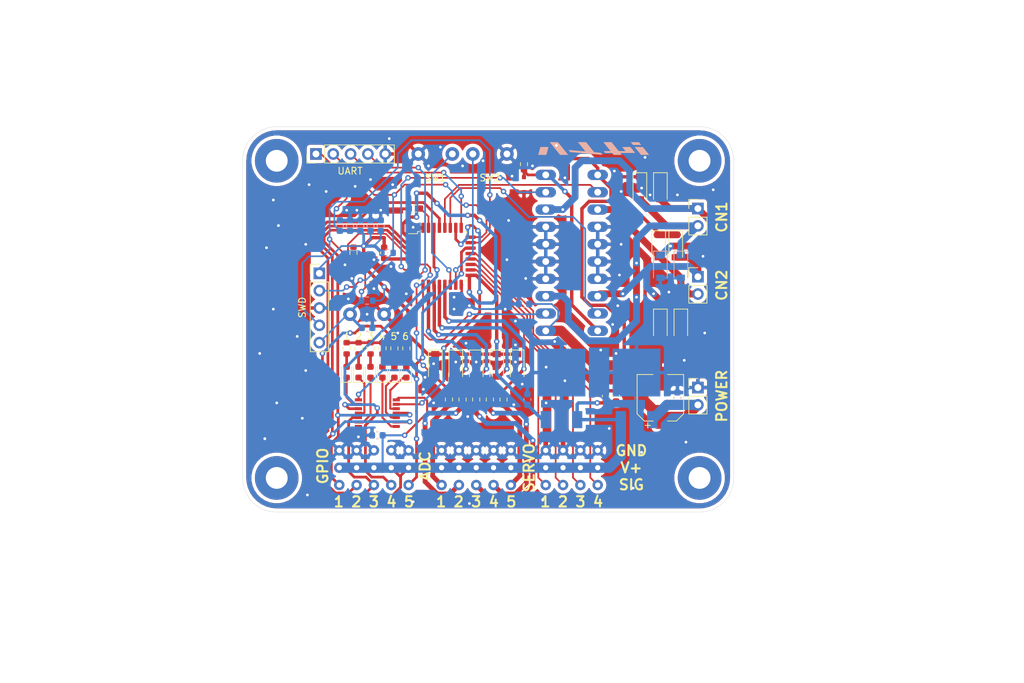
<source format=kicad_pcb>
(kicad_pcb (version 20171130) (host pcbnew "(5.1.10)-1")
  (layers (0 F.Cu signal) (31 B.Cu signal) (34 B.Paste user hide) (35 F.Paste user hide) (36 B.SilkS user) (37 F.SilkS user) (38 B.Mask user hide) (39 F.Mask user hide) (44 Edge.Cuts user))
  (net 0 "")
  (net 1 GND)
  (net 2 +5V)
  (net 3 nRST)
  (net 4 +3V3)
  (net 5 PA7)
  (net 6 PA6)
  (net 7 PA5)
  (net 8 PA4)
  (net 9 PA0)
  (net 10 /OUT1)
  (net 11 "Net-(D6-Pad2)")
  (net 12 "Net-(D7-Pad2)")
  (net 13 /OUT2)
  (net 14 "Net-(D8-Pad1)")
  (net 15 /OUT3)
  (net 16 "Net-(D9-Pad2)")
  (net 17 "Net-(D10-Pad2)")
  (net 18 /OUT4)
  (net 19 "Net-(D13-Pad2)")
  (net 20 /OUT5)
  (net 21 "Net-(D20-Pad1)")
  (net 22 "Net-(D20-Pad2)")
  (net 23 "Net-(FB1-Pad2)")
  (net 24 "Net-(J2-Pad1)")
  (net 25 "Net-(J2-Pad2)")
  (net 26 "Net-(J2-Pad3)")
  (net 27 "Net-(J2-Pad4)")
  (net 28 "Net-(J2-Pad5)")
  (net 29 PA9)
  (net 30 PA10)
  (net 31 PA8)
  (net 32 PA11)
  (net 33 PF1)
  (net 34 PF0)
  (net 35 PB6)
  (net 36 PB7)
  (net 37 PA12)
  (net 38 "Net-(J13-Pad2)")
  (net 39 RX)
  (net 40 TX)
  (net 41 "Net-(J14-Pad4)")
  (net 42 "Net-(R13-Pad1)")
  (net 43 PB0)
  (net 44 PB1)
  (net 45 PWM)
  (net 46 PB4)
  (net 47 PB5)
  (net 48 PA1)
  (net 49 PA3)
  (net 50 /MOTOROUT2)
  (net 51 /MOTOROUT1)
  (net 52 /MOTOROUT4)
  (net 53 /MOTOROUT3)
  (net 54 +9V)
  (module MountingHole:MountingHole_3.2mm_M3_Pad (layer F.Cu) (at 127.5 95)
    (fp_text reference REF** hide)
    (fp_text value MountingHole_3.2mm_M3_Pad)
    (pad 1 thru_hole circle (at 0 0) (size 6.4 6.4) (drill 3.2) (layers *.Cu *.Mask))
  )
  (module MountingHole:MountingHole_3.2mm_M3_Pad (layer F.Cu) (at 65.5 48.5)
    (fp_text reference REF** hide)
    (fp_text value MountingHole_3.2mm_M3_Pad)
    (pad 1 thru_hole circle (at 0 0) (size 6.4 6.4) (drill 3.2) (layers *.Cu *.Mask))
  )
  (module MountingHole:MountingHole_3.2mm_M3_Pad (layer F.Cu) (at 65.5 95)
    (fp_text reference REF** hide)
    (fp_text value MountingHole_3.2mm_M3_Pad)
    (pad 1 thru_hole circle (at 0 0) (size 6.4 6.4) (drill 3.2) (layers *.Cu *.Mask))
  )
  (module MountingHole:MountingHole_3.2mm_M3_Pad (layer F.Cu) (at 127.5 48.5)
    (fp_text reference REF** hide)
    (fp_text value MountingHole_3.2mm_M3_Pad)
    (pad 1 thru_hole circle (at 0 0) (size 6.4 6.4) (drill 3.2) (layers *.Cu *.Mask))
  )
  (module logo:soiya (layer B.Cu) (at 111.75 46.75)
    (fp_text reference G*** hide)
    (fp_text value LOGO hide)
  )
  (module original:Regulator (layer B.Cu) (at 107.25 83 180)
    (fp_text reference U5 hide)
    (fp_text value NJU7223DL1)
    (pad 2 smd rect (at 0 3.45 180) (size 7 7) (layers B.Cu B.Paste B.Mask) (net 1 GND))
    (pad 1 smd rect (at -2.3 -3.45 180) (size 1.5 2.5) (layers B.Cu B.Paste B.Mask) (net 2 +5V))
    (pad 3 smd rect (at 2.3 -3.45 180) (size 1.5 2.5) (layers B.Cu B.Paste B.Mask) (net 4 +3V3))
  )
  (module Connector_PinHeader_2.54mm:PinHeader_1x05_P2.54mm_Vertical (layer F.Cu) (at 71.75 65)
    (fp_text reference J14 hide)
    (fp_text value SWD)
    (pad 5 thru_hole oval (at 0 10.16) (size 1.7 1.7) (drill 1) (layers *.Cu *.Mask) (net 3 nRST))
    (pad 4 thru_hole oval (at 0 7.62) (size 1.7 1.7) (drill 1) (layers *.Cu *.Mask) (net 41 "Net-(J14-Pad4)"))
    (pad 3 thru_hole oval (at 0 5.08) (size 1.7 1.7) (drill 1) (layers *.Cu *.Mask) (net 1 GND))
    (pad 2 thru_hole oval (at 0 2.54) (size 1.7 1.7) (drill 1) (layers *.Cu *.Mask) (net 38 "Net-(J13-Pad2)"))
    (pad 1 thru_hole rect (at 0 0) (size 1.7 1.7) (drill 1) (layers *.Cu *.Mask) (net 4 +3V3))
  )
  (module original:Socket_DIP_14pin (layer F.Cu) (at 108.75 62 180)
    (fp_text reference U3 hide)
    (fp_text value L293E)
    (pad 20 thru_hole oval (at 3.8085 -11.43 270) (size 1.5 3) (drill 1) (layers *.Cu *.Mask) (net 54 +9V))
    (pad 19 thru_hole oval (at 3.8085 -8.89 270) (size 1.5 3) (drill 1) (layers *.Cu *.Mask) (net 49 PA3))
    (pad 18 thru_hole oval (at 3.8085 -6.35 270) (size 1.5 3) (drill 1) (layers *.Cu *.Mask) (net 52 /MOTOROUT4))
    (pad 17 thru_hole oval (at 3.8085 -3.81 270) (size 1.5 3) (drill 1) (layers *.Cu *.Mask) (net 1 GND))
    (pad 16 thru_hole oval (at 3.8085 -1.27 270) (size 1.5 3) (drill 1) (layers *.Cu *.Mask) (net 1 GND))
    (pad 15 thru_hole oval (at 3.8085 1.27 270) (size 1.5 3) (drill 1) (layers *.Cu *.Mask) (net 1 GND))
    (pad 14 thru_hole oval (at 3.8085 3.81 270) (size 1.5 3) (drill 1) (layers *.Cu *.Mask) (net 1 GND))
    (pad 13 thru_hole oval (at 3.8085 6.35 270) (size 1.5 3) (drill 1) (layers *.Cu *.Mask) (net 53 /MOTOROUT3))
    (pad 12 thru_hole oval (at 3.8085 8.89 270) (size 1.5 3) (drill 1) (layers *.Cu *.Mask) (net 48 PA1))
    (pad 11 thru_hole oval (at 3.8085 11.43 270) (size 1.5 3) (drill 1) (layers *.Cu *.Mask) (net 14 "Net-(D8-Pad1)"))
    (pad 10 thru_hole oval (at -3.8085 11.43 270) (size 1.5 3) (drill 1) (layers *.Cu *.Mask) (net 54 +9V))
    (pad 9 thru_hole oval (at -3.8085 8.89 270) (size 1.5 3) (drill 1) (layers *.Cu *.Mask) (net 47 PB5))
    (pad 8 thru_hole oval (at -3.8085 6.35 270) (size 1.5 3) (drill 1) (layers *.Cu *.Mask) (net 50 /MOTOROUT2))
    (pad 7 thru_hole oval (at -3.8085 3.81 270) (size 1.5 3) (drill 1) (layers *.Cu *.Mask) (net 1 GND))
    (pad 6 thru_hole oval (at -3.8085 1.27 270) (size 1.5 3) (drill 1) (layers *.Cu *.Mask) (net 1 GND))
    (pad 5 thru_hole oval (at -3.8085 -1.27 270) (size 1.5 3) (drill 1) (layers *.Cu *.Mask) (net 1 GND))
    (pad 4 thru_hole oval (at -3.8085 -3.81 270) (size 1.5 3) (drill 1) (layers *.Cu *.Mask) (net 1 GND))
    (pad 3 thru_hole oval (at -3.8085 -6.35 270) (size 1.5 3) (drill 1) (layers *.Cu *.Mask) (net 51 /MOTOROUT1))
    (pad 2 thru_hole oval (at -3.8085 -8.89 270) (size 1.5 3) (drill 1) (layers *.Cu *.Mask) (net 46 PB4))
    (pad 1 thru_hole oval (at -3.8085 -11.43 270) (size 1.5 3) (drill 1) (layers *.Cu *.Mask) (net 14 "Net-(D8-Pad1)"))
  )
  (module original:PinHeader_3x04_P2.54mm_Vertical (layer B.Cu) (at 108.75 93.5)
    (fp_text reference U6 hide)
    (fp_text value SERVO)
    (pad 12 thru_hole circle (at 3.81 -2.54) (size 1.524 1.524) (drill 0.762) (layers *.Cu *.Mask) (net 1 GND))
    (pad 11 thru_hole circle (at 1.27 -2.54) (size 1.524 1.524) (drill 0.762) (layers *.Cu *.Mask) (net 1 GND))
    (pad 10 thru_hole circle (at -1.27 -2.54) (size 1.524 1.524) (drill 0.762) (layers *.Cu *.Mask) (net 1 GND))
    (pad 9 thru_hole circle (at -3.81 -2.54) (size 1.524 1.524) (drill 0.762) (layers *.Cu *.Mask) (net 1 GND))
    (pad 8 thru_hole circle (at 3.81 0) (size 1.524 1.524) (drill 0.762) (layers *.Cu *.Mask) (net 2 +5V))
    (pad 7 thru_hole circle (at 1.27 0) (size 1.524 1.524) (drill 0.762) (layers *.Cu *.Mask) (net 2 +5V))
    (pad 6 thru_hole circle (at -1.27 0) (size 1.524 1.524) (drill 0.762) (layers *.Cu *.Mask) (net 2 +5V))
    (pad 5 thru_hole circle (at -3.81 0) (size 1.524 1.524) (drill 0.762) (layers *.Cu *.Mask) (net 2 +5V))
    (pad 4 thru_hole circle (at 3.81 2.54) (size 1.524 1.524) (drill 0.762) (layers *.Cu *.Mask) (net 32 PA11))
    (pad 3 thru_hole circle (at 1.27 2.54) (size 1.524 1.524) (drill 0.762) (layers *.Cu *.Mask) (net 30 PA10))
    (pad 2 thru_hole circle (at -1.27 2.54) (size 1.524 1.524) (drill 0.762) (layers *.Cu *.Mask) (net 29 PA9))
    (pad 1 thru_hole circle (at -3.81 2.54) (size 1.524 1.524) (drill 0.762) (layers *.Cu *.Mask) (net 31 PA8))
  )
  (module Capacitor_SMD:C_0603_1608Metric (layer B.Cu) (at 80.75 58 90)
    (fp_text reference C15 hide)
    (fp_text value 4.7u)
    (pad 1 smd roundrect (at -0.775 0 90) (size 0.9 0.95) (layers B.Cu B.Paste B.Mask) (net 4 +3V3))
    (pad 2 smd roundrect (at 0.775 0 90) (size 0.9 0.95) (layers B.Cu B.Paste B.Mask) (net 1 GND))
  )
  (module Capacitor_SMD:C_0603_1608Metric (layer B.Cu) (at 77.75 58 90)
    (fp_text reference C14 hide)
    (fp_text value 0.1u)
    (pad 1 smd roundrect (at -0.775 0 90) (size 0.9 0.95) (layers B.Cu B.Paste B.Mask) (net 4 +3V3))
    (pad 2 smd roundrect (at 0.775 0 90) (size 0.9 0.95) (layers B.Cu B.Paste B.Mask) (net 1 GND))
  )
  (module Capacitor_SMD:C_0603_1608Metric (layer B.Cu) (at 79.25 58 90)
    (fp_text reference C13 hide)
    (fp_text value 0.1u)
    (pad 1 smd roundrect (at -0.775 0 90) (size 0.9 0.95) (layers B.Cu B.Paste B.Mask) (net 4 +3V3))
    (pad 2 smd roundrect (at 0.775 0 90) (size 0.9 0.95) (layers B.Cu B.Paste B.Mask) (net 1 GND))
  )
  (module Capacitor_SMD:C_0603_1608Metric (layer B.Cu) (at 74.75 58 90)
    (fp_text reference C12 hide)
    (fp_text value 0.1u)
    (pad 1 smd roundrect (at -0.775 0 90) (size 0.9 0.95) (layers B.Cu B.Paste B.Mask) (net 4 +3V3))
    (pad 2 smd roundrect (at 0.775 0 90) (size 0.9 0.95) (layers B.Cu B.Paste B.Mask) (net 1 GND))
  )
  (module Capacitor_SMD:C_0603_1608Metric (layer B.Cu) (at 76.25 58 90)
    (fp_text reference C11 hide)
    (fp_text value 0.1u)
    (pad 1 smd roundrect (at -0.775 0 90) (size 0.9 0.95) (layers B.Cu B.Paste B.Mask) (net 4 +3V3))
    (pad 2 smd roundrect (at 0.775 0 90) (size 0.9 0.95) (layers B.Cu B.Paste B.Mask) (net 1 GND))
  )
  (module original:PinHeader_3x05_P2.54mm_Vertical (layer F.Cu) (at 79.75 93.5 180)
    (fp_text reference J3 hide)
    (fp_text value GPIO)
    (pad 15 thru_hole circle (at 5.08 2.54 180) (size 1.524 1.524) (drill 0.762) (layers *.Cu *.Mask) (net 1 GND))
    (pad 14 thru_hole circle (at 2.54 2.54 180) (size 1.524 1.524) (drill 0.762) (layers *.Cu *.Mask) (net 1 GND))
    (pad 13 thru_hole circle (at 0 2.54 180) (size 1.524 1.524) (drill 0.762) (layers *.Cu *.Mask) (net 1 GND))
    (pad 12 thru_hole circle (at -2.54 2.54 180) (size 1.524 1.524) (drill 0.762) (layers *.Cu *.Mask) (net 1 GND))
    (pad 11 thru_hole circle (at -5.08 2.54 180) (size 1.524 1.524) (drill 0.762) (layers *.Cu *.Mask) (net 1 GND))
    (pad 10 thru_hole circle (at 5.08 0 180) (size 1.524 1.524) (drill 0.762) (layers *.Cu *.Mask) (net 2 +5V))
    (pad 9 thru_hole circle (at 2.54 0 180) (size 1.524 1.524) (drill 0.762) (layers *.Cu *.Mask) (net 2 +5V))
    (pad 8 thru_hole circle (at 0 0 180) (size 1.524 1.524) (drill 0.762) (layers *.Cu *.Mask) (net 2 +5V))
    (pad 7 thru_hole circle (at -2.54 0 180) (size 1.524 1.524) (drill 0.762) (layers *.Cu *.Mask) (net 2 +5V))
    (pad 6 thru_hole circle (at -5.08 0 180) (size 1.524 1.524) (drill 0.762) (layers *.Cu *.Mask) (net 2 +5V))
    (pad 5 thru_hole circle (at 5.08 -2.54 180) (size 1.524 1.524) (drill 0.762) (layers *.Cu *.Mask) (net 33 PF1))
    (pad 4 thru_hole circle (at 2.54 -2.54 180) (size 1.524 1.524) (drill 0.762) (layers *.Cu *.Mask) (net 34 PF0))
    (pad 3 thru_hole circle (at 0 -2.54 180) (size 1.524 1.524) (drill 0.762) (layers *.Cu *.Mask) (net 35 PB6))
    (pad 2 thru_hole circle (at -2.54 -2.54 180) (size 1.524 1.524) (drill 0.762) (layers *.Cu *.Mask) (net 36 PB7))
    (pad 1 thru_hole circle (at -5.08 -2.54 180) (size 1.524 1.524) (drill 0.762) (layers *.Cu *.Mask) (net 37 PA12))
  )
  (module original:PinHeader_3x05_P2.54mm_Vertical (layer B.Cu) (at 94.75 93.5)
    (fp_text reference J2 hide)
    (fp_text value ADC)
    (pad 15 thru_hole circle (at 5.08 -2.54) (size 1.524 1.524) (drill 0.762) (layers *.Cu *.Mask) (net 1 GND))
    (pad 14 thru_hole circle (at 2.54 -2.54) (size 1.524 1.524) (drill 0.762) (layers *.Cu *.Mask) (net 1 GND))
    (pad 13 thru_hole circle (at 0 -2.54) (size 1.524 1.524) (drill 0.762) (layers *.Cu *.Mask) (net 1 GND))
    (pad 12 thru_hole circle (at -2.54 -2.54) (size 1.524 1.524) (drill 0.762) (layers *.Cu *.Mask) (net 1 GND))
    (pad 11 thru_hole circle (at -5.08 -2.54) (size 1.524 1.524) (drill 0.762) (layers *.Cu *.Mask) (net 1 GND))
    (pad 10 thru_hole circle (at 5.08 0) (size 1.524 1.524) (drill 0.762) (layers *.Cu *.Mask) (net 2 +5V))
    (pad 9 thru_hole circle (at 2.54 0) (size 1.524 1.524) (drill 0.762) (layers *.Cu *.Mask) (net 2 +5V))
    (pad 8 thru_hole circle (at 0 0) (size 1.524 1.524) (drill 0.762) (layers *.Cu *.Mask) (net 2 +5V))
    (pad 7 thru_hole circle (at -2.54 0) (size 1.524 1.524) (drill 0.762) (layers *.Cu *.Mask) (net 2 +5V))
    (pad 6 thru_hole circle (at -5.08 0) (size 1.524 1.524) (drill 0.762) (layers *.Cu *.Mask) (net 2 +5V))
    (pad 5 thru_hole circle (at 5.08 2.54) (size 1.524 1.524) (drill 0.762) (layers *.Cu *.Mask) (net 28 "Net-(J2-Pad5)"))
    (pad 4 thru_hole circle (at 2.54 2.54) (size 1.524 1.524) (drill 0.762) (layers *.Cu *.Mask) (net 27 "Net-(J2-Pad4)"))
    (pad 3 thru_hole circle (at 0 2.54) (size 1.524 1.524) (drill 0.762) (layers *.Cu *.Mask) (net 26 "Net-(J2-Pad3)"))
    (pad 2 thru_hole circle (at -2.54 2.54) (size 1.524 1.524) (drill 0.762) (layers *.Cu *.Mask) (net 25 "Net-(J2-Pad2)"))
    (pad 1 thru_hole circle (at -5.08 2.54) (size 1.524 1.524) (drill 0.762) (layers *.Cu *.Mask) (net 24 "Net-(J2-Pad1)"))
  )
  (module original:Switch (layer F.Cu) (at 78.75 71)
    (fp_text reference SW3 hide)
    (fp_text value Switch)
    (pad 2 thru_hole circle (at 2.5 0) (size 2 2) (drill 1) (layers *.Cu *.Mask) (net 1 GND))
    (pad 1 thru_hole circle (at -2.5 0) (size 2 2) (drill 1) (layers *.Cu *.Mask) (net 3 nRST))
  )
  (module original:Switch (layer F.Cu) (at 96.75 47.5)
    (fp_text reference SW2 hide)
    (fp_text value Switch)
    (pad 2 thru_hole circle (at 2.5 0) (size 2 2) (drill 1) (layers *.Cu *.Mask) (net 1 GND))
    (pad 1 thru_hole circle (at -2.5 0) (size 2 2) (drill 1) (layers *.Cu *.Mask) (net 44 PB1))
  )
  (module original:Switch (layer F.Cu) (at 88.75 47.5 180)
    (fp_text reference SW1 hide)
    (fp_text value Switch)
    (pad 2 thru_hole circle (at 2.5 0 180) (size 2 2) (drill 1) (layers *.Cu *.Mask) (net 1 GND))
    (pad 1 thru_hole circle (at -2.5 0 180) (size 2 2) (drill 1) (layers *.Cu *.Mask) (net 43 PB0))
  )
  (module Capacitor_SMD:C_0603_1608Metric (layer B.Cu) (at 78.75 73)
    (fp_text reference C6 hide)
    (fp_text value 0.1u)
    (pad 2 smd roundrect (at 0.775 0) (size 0.9 0.95) (layers B.Cu B.Paste B.Mask) (net 1 GND))
    (pad 1 smd roundrect (at -0.775 0) (size 0.9 0.95) (layers B.Cu B.Paste B.Mask) (net 3 nRST))
  )
  (module Capacitor_SMD:C_0603_1608Metric (layer B.Cu) (at 102.25 83.5 90)
    (fp_text reference C8 hide)
    (fp_text value 0.1u)
    (pad 1 smd roundrect (at -0.775 0 90) (size 0.9 0.95) (layers B.Cu B.Paste B.Mask) (net 4 +3V3))
    (pad 2 smd roundrect (at 0.775 0 90) (size 0.9 0.95) (layers B.Cu B.Paste B.Mask) (net 1 GND))
  )
  (module Capacitor_SMD:C_0603_1608Metric (layer F.Cu) (at 113.75 83 90)
    (fp_text reference C7 hide)
    (fp_text value 0.1u)
    (pad 1 smd roundrect (at -0.775 0 90) (size 0.9 0.95) (layers F.Cu F.Paste F.Mask) (net 2 +5V))
    (pad 2 smd roundrect (at 0.775 0 90) (size 0.9 0.95) (layers F.Cu F.Paste F.Mask) (net 1 GND))
  )
  (module original:SOD323F (layer F.Cu) (at 101.75 52)
    (fp_text reference D8 hide)
    (fp_text value 3.3V)
    (pad 1 smd rect (at 0 -1.1) (size 0.6 0.6) (layers F.Cu F.Paste F.Mask) (net 14 "Net-(D8-Pad1)"))
    (pad 2 smd rect (at 0 1.1) (size 0.6 0.6) (layers F.Cu F.Paste F.Mask) (net 1 GND))
  )
  (module Package_QFP:LQFP-32_7x7mm_P0.8mm (layer F.Cu) (at 89.75 62.5)
    (fp_text reference U4 hide)
    (fp_text value STM32F303K8Tx)
    (pad 1 smd roundrect (at -4.175 -2.8) (size 1.5 0.5) (layers F.Cu F.Paste F.Mask) (net 4 +3V3))
    (pad 2 smd roundrect (at -4.175 -2) (size 1.5 0.5) (layers F.Cu F.Paste F.Mask) (net 34 PF0))
    (pad 3 smd roundrect (at -4.175 -1.2) (size 1.5 0.5) (layers F.Cu F.Paste F.Mask) (net 33 PF1))
    (pad 4 smd roundrect (at -4.175 -0.4) (size 1.5 0.5) (layers F.Cu F.Paste F.Mask) (net 3 nRST))
    (pad 5 smd roundrect (at -4.175 0.4) (size 1.5 0.5) (layers F.Cu F.Paste F.Mask) (net 23 "Net-(FB1-Pad2)"))
    (pad 6 smd roundrect (at -4.175 1.2) (size 1.5 0.5) (layers F.Cu F.Paste F.Mask) (net 9 PA0))
    (pad 7 smd roundrect (at -4.175 2) (size 1.5 0.5) (layers F.Cu F.Paste F.Mask) (net 48 PA1))
    (pad 8 smd roundrect (at -4.175 2.8) (size 1.5 0.5) (layers F.Cu F.Paste F.Mask) (net 40 TX))
    (pad 9 smd roundrect (at -2.8 4.175) (size 0.5 1.5) (layers F.Cu F.Paste F.Mask) (net 49 PA3))
    (pad 10 smd roundrect (at -2 4.175) (size 0.5 1.5) (layers F.Cu F.Paste F.Mask) (net 8 PA4))
    (pad 11 smd roundrect (at -1.2 4.175) (size 0.5 1.5) (layers F.Cu F.Paste F.Mask) (net 7 PA5))
    (pad 12 smd roundrect (at -0.4 4.175) (size 0.5 1.5) (layers F.Cu F.Paste F.Mask) (net 6 PA6))
    (pad 13 smd roundrect (at 0.4 4.175) (size 0.5 1.5) (layers F.Cu F.Paste F.Mask) (net 5 PA7))
    (pad 14 smd roundrect (at 1.2 4.175) (size 0.5 1.5) (layers F.Cu F.Paste F.Mask) (net 43 PB0))
    (pad 15 smd roundrect (at 2 4.175) (size 0.5 1.5) (layers F.Cu F.Paste F.Mask) (net 44 PB1))
    (pad 16 smd roundrect (at 2.8 4.175) (size 0.5 1.5) (layers F.Cu F.Paste F.Mask) (net 1 GND))
    (pad 17 smd roundrect (at 4.175 2.8) (size 1.5 0.5) (layers F.Cu F.Paste F.Mask) (net 4 +3V3))
    (pad 18 smd roundrect (at 4.175 2) (size 1.5 0.5) (layers F.Cu F.Paste F.Mask) (net 31 PA8))
    (pad 19 smd roundrect (at 4.175 1.2) (size 1.5 0.5) (layers F.Cu F.Paste F.Mask) (net 29 PA9))
    (pad 20 smd roundrect (at 4.175 0.4) (size 1.5 0.5) (layers F.Cu F.Paste F.Mask) (net 30 PA10))
    (pad 21 smd roundrect (at 4.175 -0.4) (size 1.5 0.5) (layers F.Cu F.Paste F.Mask) (net 32 PA11))
    (pad 22 smd roundrect (at 4.175 -1.2) (size 1.5 0.5) (layers F.Cu F.Paste F.Mask) (net 37 PA12))
    (pad 23 smd roundrect (at 4.175 -2) (size 1.5 0.5) (layers F.Cu F.Paste F.Mask) (net 41 "Net-(J14-Pad4)"))
    (pad 24 smd roundrect (at 4.175 -2.8) (size 1.5 0.5) (layers F.Cu F.Paste F.Mask) (net 38 "Net-(J13-Pad2)"))
    (pad 25 smd roundrect (at 2.8 -4.175) (size 0.5 1.5) (layers F.Cu F.Paste F.Mask) (net 39 RX))
    (pad 26 smd roundrect (at 2 -4.175) (size 0.5 1.5) (layers F.Cu F.Paste F.Mask) (net 45 PWM))
    (pad 27 smd roundrect (at 1.2 -4.175) (size 0.5 1.5) (layers F.Cu F.Paste F.Mask) (net 46 PB4))
    (pad 28 smd roundrect (at 0.4 -4.175) (size 0.5 1.5) (layers F.Cu F.Paste F.Mask) (net 47 PB5))
    (pad 29 smd roundrect (at -0.4 -4.175) (size 0.5 1.5) (layers F.Cu F.Paste F.Mask) (net 35 PB6))
    (pad 30 smd roundrect (at -1.2 -4.175) (size 0.5 1.5) (layers F.Cu F.Paste F.Mask) (net 36 PB7))
    (pad 31 smd roundrect (at -2 -4.175) (size 0.5 1.5) (layers F.Cu F.Paste F.Mask) (net 42 "Net-(R13-Pad1)"))
    (pad 32 smd roundrect (at -2.8 -4.175) (size 0.5 1.5) (layers F.Cu F.Paste F.Mask) (net 1 GND))
  )
  (module original:TSSOP_P0.65mm (layer F.Cu) (at 80.25 85.5 270)
    (fp_text reference U2 hide)
    (fp_text value SN74HC04PWR)
    (pad 7 smd rect (at 1.95 2.775 270) (size 0.45 1.05) (layers F.Cu F.Paste F.Mask) (net 1 GND))
    (pad 6 smd rect (at 1.3 2.775 270) (size 0.45 1.05) (layers F.Cu F.Paste F.Mask) (net 15 /OUT3))
    (pad 5 smd rect (at 0.65 2.775 270) (size 0.45 1.05) (layers F.Cu F.Paste F.Mask) (net 35 PB6))
    (pad 4 smd rect (at 0 2.775 270) (size 0.45 1.05) (layers F.Cu F.Paste F.Mask) (net 13 /OUT2))
    (pad 3 smd rect (at -0.65 2.775 270) (size 0.45 1.05) (layers F.Cu F.Paste F.Mask) (net 36 PB7))
    (pad 2 smd rect (at -1.3 2.775 270) (size 0.45 1.05) (layers F.Cu F.Paste F.Mask) (net 10 /OUT1))
    (pad 1 smd rect (at -1.95 2.775 270) (size 0.45 1.05) (layers F.Cu F.Paste F.Mask) (net 37 PA12))
    (pad 14 smd rect (at -1.95 -2.775 270) (size 0.45 1.05) (layers F.Cu F.Paste F.Mask) (net 2 +5V))
    (pad 13 smd rect (at -1.3 -2.775 270) (size 0.45 1.05) (layers F.Cu F.Paste F.Mask) (net 45 PWM))
    (pad 12 smd rect (at -0.65 -2.775 270) (size 0.45 1.05) (layers F.Cu F.Paste F.Mask) (net 21 "Net-(D20-Pad1)"))
    (pad 11 smd rect (at 0 -2.775 270) (size 0.45 1.05) (layers F.Cu F.Paste F.Mask) (net 33 PF1))
    (pad 10 smd rect (at 0.65 -2.775 270) (size 0.45 1.05) (layers F.Cu F.Paste F.Mask) (net 20 /OUT5))
    (pad 9 smd rect (at 1.3 -2.775 270) (size 0.45 1.05) (layers F.Cu F.Paste F.Mask) (net 34 PF0))
    (pad 8 smd rect (at 1.95 -2.775 270) (size 0.45 1.05) (layers F.Cu F.Paste F.Mask) (net 18 /OUT4))
  )
  (module original:Regulator (layer B.Cu) (at 118.25 83 180)
    (fp_text reference U1 hide)
    (fp_text value NJM7805SDL1)
    (pad 2 smd rect (at 0 3.45 180) (size 7 7) (layers B.Cu B.Paste B.Mask) (net 1 GND))
    (pad 1 smd rect (at -2.3 -3.45 180) (size 1.5 2.5) (layers B.Cu B.Paste B.Mask) (net 54 +9V))
    (pad 3 smd rect (at 2.3 -3.45 180) (size 1.5 2.5) (layers B.Cu B.Paste B.Mask) (net 2 +5V))
  )
  (module Resistor_SMD:R_0603_1608Metric (layer F.Cu) (at 84.5 76 270)
    (fp_text reference R16 hide)
    (fp_text value RLED)
    (pad 2 smd roundrect (at 0.825 0 270) (size 0.8 0.95) (layers F.Cu F.Paste F.Mask) (net 22 "Net-(D20-Pad2)"))
    (pad 1 smd roundrect (at -0.825 0 270) (size 0.8 0.95) (layers F.Cu F.Paste F.Mask) (net 2 +5V))
  )
  (module Resistor_SMD:R_0603_1608Metric (layer F.Cu) (at 76.75 62 270)
    (fp_text reference R15 hide)
    (fp_text value 100k)
    (pad 2 smd roundrect (at 0.825 0 270) (size 0.8 0.95) (layers F.Cu F.Paste F.Mask) (net 41 "Net-(J14-Pad4)"))
    (pad 1 smd roundrect (at -0.825 0 270) (size 0.8 0.95) (layers F.Cu F.Paste F.Mask) (net 4 +3V3))
  )
  (module Resistor_SMD:R_0603_1608Metric (layer B.Cu) (at 81.75 62)
    (fp_text reference R14 hide)
    (fp_text value 100k)
    (pad 2 smd roundrect (at 0.825 0) (size 0.8 0.95) (layers B.Cu B.Paste B.Mask) (net 38 "Net-(J13-Pad2)"))
    (pad 1 smd roundrect (at -0.825 0) (size 0.8 0.95) (layers B.Cu B.Paste B.Mask) (net 4 +3V3))
  )
  (module Resistor_SMD:R_0603_1608Metric (layer F.Cu) (at 85.75 55.5 180)
    (fp_text reference R13 hide)
    (fp_text value 10k)
    (pad 2 smd roundrect (at 0.825 0 180) (size 0.8 0.95) (layers F.Cu F.Paste F.Mask) (net 1 GND))
    (pad 1 smd roundrect (at -0.825 0 180) (size 0.8 0.95) (layers F.Cu F.Paste F.Mask) (net 42 "Net-(R13-Pad1)"))
  )
  (module Resistor_SMD:R_0603_1608Metric (layer B.Cu) (at 78.75 69 180)
    (fp_text reference R12 hide)
    (fp_text value 10k)
    (pad 1 smd roundrect (at -0.825 0 180) (size 0.8 0.95) (layers B.Cu B.Paste B.Mask) (net 4 +3V3))
    (pad 2 smd roundrect (at 0.825 0 180) (size 0.8 0.95) (layers B.Cu B.Paste B.Mask) (net 3 nRST))
  )
  (module Resistor_SMD:R_0603_1608Metric (layer F.Cu) (at 82.75 76 90)
    (fp_text reference R11 hide)
    (fp_text value RLED)
    (pad 2 smd roundrect (at 0.825 0 90) (size 0.8 0.95) (layers F.Cu F.Paste F.Mask) (net 2 +5V))
    (pad 1 smd roundrect (at -0.825 0 90) (size 0.8 0.95) (layers F.Cu F.Paste F.Mask) (net 19 "Net-(D13-Pad2)"))
  )
  (module Resistor_SMD:R_0603_1608Metric (layer F.Cu) (at 81 76 90)
    (fp_text reference R10 hide)
    (fp_text value RLED)
    (pad 2 smd roundrect (at 0.825 0 90) (size 0.8 0.95) (layers F.Cu F.Paste F.Mask) (net 2 +5V))
    (pad 1 smd roundrect (at -0.825 0 90) (size 0.8 0.95) (layers F.Cu F.Paste F.Mask) (net 17 "Net-(D10-Pad2)"))
  )
  (module Resistor_SMD:R_0603_1608Metric (layer F.Cu) (at 79.25 76 90)
    (fp_text reference R9 hide)
    (fp_text value RLED)
    (pad 2 smd roundrect (at 0.825 0 90) (size 0.8 0.95) (layers F.Cu F.Paste F.Mask) (net 2 +5V))
    (pad 1 smd roundrect (at -0.825 0 90) (size 0.8 0.95) (layers F.Cu F.Paste F.Mask) (net 16 "Net-(D9-Pad2)"))
  )
  (module Resistor_SMD:R_0603_1608Metric (layer F.Cu) (at 77.5 76 90)
    (fp_text reference R8 hide)
    (fp_text value RLED)
    (pad 2 smd roundrect (at 0.825 0 90) (size 0.8 0.95) (layers F.Cu F.Paste F.Mask) (net 2 +5V))
    (pad 1 smd roundrect (at -0.825 0 90) (size 0.8 0.95) (layers F.Cu F.Paste F.Mask) (net 12 "Net-(D7-Pad2)"))
  )
  (module Resistor_SMD:R_0603_1608Metric (layer F.Cu) (at 101.75 49 270)
    (fp_text reference R7 hide)
    (fp_text value 1k)
    (pad 2 smd roundrect (at 0.825 0 270) (size 0.8 0.95) (layers F.Cu F.Paste F.Mask) (net 14 "Net-(D8-Pad1)"))
    (pad 1 smd roundrect (at -0.825 0 270) (size 0.8 0.95) (layers F.Cu F.Paste F.Mask) (net 54 +9V))
  )
  (module Resistor_SMD:R_0603_1608Metric (layer F.Cu) (at 75.75 76 90)
    (fp_text reference R6 hide)
    (fp_text value RLED)
    (pad 2 smd roundrect (at 0.825 0 90) (size 0.8 0.95) (layers F.Cu F.Paste F.Mask) (net 2 +5V))
    (pad 1 smd roundrect (at -0.825 0 90) (size 0.8 0.95) (layers F.Cu F.Paste F.Mask) (net 11 "Net-(D6-Pad2)"))
  )
  (module Resistor_SMD:R_0603_1608Metric (layer F.Cu) (at 98.75 83.5 90)
    (fp_text reference R5 hide)
    (fp_text value 1k)
    (pad 1 smd roundrect (at -0.825 0 90) (size 0.8 0.95) (layers F.Cu F.Paste F.Mask) (net 28 "Net-(J2-Pad5)"))
    (pad 2 smd roundrect (at 0.825 0 90) (size 0.8 0.95) (layers F.Cu F.Paste F.Mask) (net 5 PA7))
  )
  (module Resistor_SMD:R_0603_1608Metric (layer F.Cu) (at 96.75 83.5 90)
    (fp_text reference R4 hide)
    (fp_text value 1k)
    (pad 1 smd roundrect (at -0.825 0 90) (size 0.8 0.95) (layers F.Cu F.Paste F.Mask) (net 27 "Net-(J2-Pad4)"))
    (pad 2 smd roundrect (at 0.825 0 90) (size 0.8 0.95) (layers F.Cu F.Paste F.Mask) (net 6 PA6))
  )
  (module Resistor_SMD:R_0603_1608Metric (layer F.Cu) (at 94.75 83.5 90)
    (fp_text reference R3 hide)
    (fp_text value 1k)
    (pad 1 smd roundrect (at -0.825 0 90) (size 0.8 0.95) (layers F.Cu F.Paste F.Mask) (net 26 "Net-(J2-Pad3)"))
    (pad 2 smd roundrect (at 0.825 0 90) (size 0.8 0.95) (layers F.Cu F.Paste F.Mask) (net 7 PA5))
  )
  (module Resistor_SMD:R_0603_1608Metric (layer F.Cu) (at 92.75 83.5 90)
    (fp_text reference R2 hide)
    (fp_text value 1k)
    (pad 1 smd roundrect (at -0.825 0 90) (size 0.8 0.95) (layers F.Cu F.Paste F.Mask) (net 25 "Net-(J2-Pad2)"))
    (pad 2 smd roundrect (at 0.825 0 90) (size 0.8 0.95) (layers F.Cu F.Paste F.Mask) (net 8 PA4))
  )
  (module Resistor_SMD:R_0603_1608Metric (layer F.Cu) (at 90.75 83.5 90)
    (fp_text reference R1 hide)
    (fp_text value 1k)
    (pad 1 smd roundrect (at -0.825 0 90) (size 0.8 0.95) (layers F.Cu F.Paste F.Mask) (net 24 "Net-(J2-Pad1)"))
    (pad 2 smd roundrect (at 0.825 0 90) (size 0.8 0.95) (layers F.Cu F.Paste F.Mask) (net 9 PA0))
  )
  (module Connector_PinHeader_2.54mm:PinHeader_1x05_P2.54mm_Vertical (layer F.Cu) (at 71.25 47.5 90)
    (fp_text reference J13 hide)
    (fp_text value UART2)
    (pad 5 thru_hole oval (at 0 10.16 90) (size 1.7 1.7) (drill 1) (layers *.Cu *.Mask) (net 1 GND))
    (pad 4 thru_hole oval (at 0 7.62 90) (size 1.7 1.7) (drill 1) (layers *.Cu *.Mask) (net 40 TX))
    (pad 3 thru_hole oval (at 0 5.08 90) (size 1.7 1.7) (drill 1) (layers *.Cu *.Mask) (net 39 RX))
    (pad 2 thru_hole oval (at 0 2.54 90) (size 1.7 1.7) (drill 1) (layers *.Cu *.Mask) (net 38 "Net-(J13-Pad2)"))
    (pad 1 thru_hole rect (at 0 0 90) (size 1.7 1.7) (drill 1) (layers *.Cu *.Mask) (net 4 +3V3))
  )
  (module Connector_PinHeader_2.54mm:PinHeader_1x02_P2.54mm_Vertical (layer F.Cu) (at 127.25 55.5)
    (fp_text reference J12 hide)
    (fp_text value CN1)
    (pad 1 thru_hole rect (at 0 0) (size 1.7 1.7) (drill 1) (layers *.Cu *.Mask) (net 53 /MOTOROUT3))
    (pad 2 thru_hole oval (at 0 2.54) (size 1.7 1.7) (drill 1) (layers *.Cu *.Mask) (net 52 /MOTOROUT4))
  )
  (module Connector_PinHeader_2.54mm:PinHeader_1x02_P2.54mm_Vertical (layer F.Cu) (at 127.25 65.5)
    (fp_text reference J11 hide)
    (fp_text value CN2)
    (pad 2 thru_hole oval (at 0 2.54) (size 1.7 1.7) (drill 1) (layers *.Cu *.Mask) (net 50 /MOTOROUT2))
    (pad 1 thru_hole rect (at 0 0) (size 1.7 1.7) (drill 1) (layers *.Cu *.Mask) (net 51 /MOTOROUT1))
  )
  (module Connector_PinHeader_2.54mm:PinHeader_1x02_P2.54mm_Vertical (layer F.Cu) (at 127.25 81.75)
    (fp_text reference J1 hide)
    (fp_text value Batt)
    (pad 2 thru_hole oval (at 0 2.54) (size 1.7 1.7) (drill 1) (layers *.Cu *.Mask) (net 54 +9V))
    (pad 1 thru_hole rect (at 0 0) (size 1.7 1.7) (drill 1) (layers *.Cu *.Mask) (net 1 GND))
  )
  (module Inductor_SMD:L_0603_1608Metric (layer F.Cu) (at 81.25 62 270)
    (fp_text reference FB1 hide)
    (fp_text value Filter)
    (pad 2 smd roundrect (at 0.7875 0 270) (size 0.875 0.95) (layers F.Cu F.Paste F.Mask) (net 23 "Net-(FB1-Pad2)"))
    (pad 1 smd roundrect (at -0.7875 0 270) (size 0.875 0.95) (layers F.Cu F.Paste F.Mask) (net 4 +3V3))
  )
  (module LED_SMD:LED_0603_1608Metric (layer F.Cu) (at 84.5 79.5 90)
    (fp_text reference D20 hide)
    (fp_text value LED)
    (pad 2 smd roundrect (at 0.7875 0 90) (size 0.875 0.95) (layers F.Cu F.Paste F.Mask) (net 22 "Net-(D20-Pad2)"))
    (pad 1 smd roundrect (at -0.7875 0 90) (size 0.875 0.95) (layers F.Cu F.Paste F.Mask) (net 21 "Net-(D20-Pad1)"))
  )
  (module Diode_SMD:D_SOD-123 (layer B.Cu) (at 121.75 64 270)
    (fp_text reference D19 hide)
    (fp_text value 1N4148W)
    (pad 1 smd rect (at -1.65 0 270) (size 0.9 1.2) (layers B.Cu B.Paste B.Mask) (net 53 /MOTOROUT3))
    (pad 2 smd rect (at 1.65 0 270) (size 0.9 1.2) (layers B.Cu B.Paste B.Mask) (net 1 GND))
  )
  (module Diode_SMD:D_SOD-123 (layer B.Cu) (at 124.75 64 270)
    (fp_text reference D18 hide)
    (fp_text value 1N4148W)
    (pad 1 smd rect (at -1.65 0 270) (size 0.9 1.2) (layers B.Cu B.Paste B.Mask) (net 52 /MOTOROUT4))
    (pad 2 smd rect (at 1.65 0 270) (size 0.9 1.2) (layers B.Cu B.Paste B.Mask) (net 1 GND))
  )
  (module Diode_SMD:D_SOD-123 (layer F.Cu) (at 121.75 52.5 270)
    (fp_text reference D17 hide)
    (fp_text value 1N4148W)
    (pad 1 smd rect (at -1.65 0 270) (size 0.9 1.2) (layers F.Cu F.Paste F.Mask) (net 54 +9V))
    (pad 2 smd rect (at 1.65 0 270) (size 0.9 1.2) (layers F.Cu F.Paste F.Mask) (net 53 /MOTOROUT3))
  )
  (module Diode_SMD:D_SOD-123 (layer F.Cu) (at 118.75 52.5 270)
    (fp_text reference D16 hide)
    (fp_text value 1N4148W)
    (pad 1 smd rect (at -1.65 0 270) (size 0.9 1.2) (layers F.Cu F.Paste F.Mask) (net 54 +9V))
    (pad 2 smd rect (at 1.65 0 270) (size 0.9 1.2) (layers F.Cu F.Paste F.Mask) (net 52 /MOTOROUT4))
  )
  (module Diode_SMD:D_SOD-123 (layer F.Cu) (at 121.75 72.5 270)
    (fp_text reference D15 hide)
    (fp_text value 1N4148W)
    (pad 2 smd rect (at 1.65 0 270) (size 0.9 1.2) (layers F.Cu F.Paste F.Mask) (net 1 GND))
    (pad 1 smd rect (at -1.65 0 270) (size 0.9 1.2) (layers F.Cu F.Paste F.Mask) (net 51 /MOTOROUT1))
  )
  (module Diode_SMD:D_SOD-123 (layer F.Cu) (at 124.75 72.5 270)
    (fp_text reference D14 hide)
    (fp_text value 1N4148W)
    (pad 2 smd rect (at 1.65 0 270) (size 0.9 1.2) (layers F.Cu F.Paste F.Mask) (net 1 GND))
    (pad 1 smd rect (at -1.65 0 270) (size 0.9 1.2) (layers F.Cu F.Paste F.Mask) (net 50 /MOTOROUT2))
  )
  (module LED_SMD:LED_0603_1608Metric (layer F.Cu) (at 82.75 79.5 90)
    (fp_text reference D13 hide)
    (fp_text value LED)
    (pad 2 smd roundrect (at 0.7875 0 90) (size 0.875 0.95) (layers F.Cu F.Paste F.Mask) (net 19 "Net-(D13-Pad2)"))
    (pad 1 smd roundrect (at -0.7875 0 90) (size 0.875 0.95) (layers F.Cu F.Paste F.Mask) (net 20 /OUT5))
  )
  (module Diode_SMD:D_SOD-123 (layer F.Cu) (at 124 61 270)
    (fp_text reference D12 hide)
    (fp_text value 1N4148W)
    (pad 2 smd rect (at 1.65 0 270) (size 0.9 1.2) (layers F.Cu F.Paste F.Mask) (net 51 /MOTOROUT1))
    (pad 1 smd rect (at -1.65 0 270) (size 0.9 1.2) (layers F.Cu F.Paste F.Mask) (net 54 +9V))
  )
  (module Diode_SMD:D_SOD-123 (layer F.Cu) (at 121.5 61 270)
    (fp_text reference D11 hide)
    (fp_text value 1N4148W)
    (pad 2 smd rect (at 1.65 0 270) (size 0.9 1.2) (layers F.Cu F.Paste F.Mask) (net 50 /MOTOROUT2))
    (pad 1 smd rect (at -1.65 0 270) (size 0.9 1.2) (layers F.Cu F.Paste F.Mask) (net 54 +9V))
  )
  (module LED_SMD:LED_0603_1608Metric (layer F.Cu) (at 81 79.5 90)
    (fp_text reference D10 hide)
    (fp_text value LED)
    (pad 2 smd roundrect (at 0.7875 0 90) (size 0.875 0.95) (layers F.Cu F.Paste F.Mask) (net 17 "Net-(D10-Pad2)"))
    (pad 1 smd roundrect (at -0.7875 0 90) (size 0.875 0.95) (layers F.Cu F.Paste F.Mask) (net 18 /OUT4))
  )
  (module LED_SMD:LED_0603_1608Metric (layer F.Cu) (at 79.25 79.5 90)
    (fp_text reference D9 hide)
    (fp_text value LED)
    (pad 2 smd roundrect (at 0.7875 0 90) (size 0.875 0.95) (layers F.Cu F.Paste F.Mask) (net 16 "Net-(D9-Pad2)"))
    (pad 1 smd roundrect (at -0.7875 0 90) (size 0.875 0.95) (layers F.Cu F.Paste F.Mask) (net 15 /OUT3))
  )
  (module LED_SMD:LED_0603_1608Metric (layer F.Cu) (at 77.5 79.5 90)
    (fp_text reference D7 hide)
    (fp_text value LED)
    (pad 2 smd roundrect (at 0.7875 0 90) (size 0.875 0.95) (layers F.Cu F.Paste F.Mask) (net 12 "Net-(D7-Pad2)"))
    (pad 1 smd roundrect (at -0.7875 0 90) (size 0.875 0.95) (layers F.Cu F.Paste F.Mask) (net 13 /OUT2))
  )
  (module LED_SMD:LED_0603_1608Metric (layer F.Cu) (at 75.75 79.5 90)
    (fp_text reference D6 hide)
    (fp_text value LED)
    (pad 2 smd roundrect (at 0.7875 0 90) (size 0.875 0.95) (layers F.Cu F.Paste F.Mask) (net 11 "Net-(D6-Pad2)"))
    (pad 1 smd roundrect (at -0.7875 0 90) (size 0.875 0.95) (layers F.Cu F.Paste F.Mask) (net 10 /OUT1))
  )
  (module Diode_SMD:D_SOD-123 (layer F.Cu) (at 100.75 78.5 270)
    (fp_text reference D5 hide)
    (fp_text value 1N4148W)
    (pad 1 smd rect (at -1.65 0 270) (size 0.9 1.2) (layers F.Cu F.Paste F.Mask) (net 4 +3V3))
    (pad 2 smd rect (at 1.65 0 270) (size 0.9 1.2) (layers F.Cu F.Paste F.Mask) (net 5 PA7))
  )
  (module Diode_SMD:D_SOD-123 (layer F.Cu) (at 97.75 78.5 270)
    (fp_text reference D4 hide)
    (fp_text value 1N4148W)
    (pad 1 smd rect (at -1.65 0 270) (size 0.9 1.2) (layers F.Cu F.Paste F.Mask) (net 4 +3V3))
    (pad 2 smd rect (at 1.65 0 270) (size 0.9 1.2) (layers F.Cu F.Paste F.Mask) (net 6 PA6))
  )
  (module Diode_SMD:D_SOD-123 (layer F.Cu) (at 94.75 78.5 270)
    (fp_text reference D3 hide)
    (fp_text value 1N4148W)
    (pad 1 smd rect (at -1.65 0 270) (size 0.9 1.2) (layers F.Cu F.Paste F.Mask) (net 4 +3V3))
    (pad 2 smd rect (at 1.65 0 270) (size 0.9 1.2) (layers F.Cu F.Paste F.Mask) (net 7 PA5))
  )
  (module Diode_SMD:D_SOD-123 (layer F.Cu) (at 91.75 78.5 270)
    (fp_text reference D2 hide)
    (fp_text value 1N4148W)
    (pad 1 smd rect (at -1.65 0 270) (size 0.9 1.2) (layers F.Cu F.Paste F.Mask) (net 4 +3V3))
    (pad 2 smd rect (at 1.65 0 270) (size 0.9 1.2) (layers F.Cu F.Paste F.Mask) (net 8 PA4))
  )
  (module Diode_SMD:D_SOD-123 (layer F.Cu) (at 88.75 78.5 270)
    (fp_text reference D1 hide)
    (fp_text value 1N4148W)
    (pad 1 smd rect (at -1.65 0 270) (size 0.9 1.2) (layers F.Cu F.Paste F.Mask) (net 4 +3V3))
    (pad 2 smd rect (at 1.65 0 270) (size 0.9 1.2) (layers F.Cu F.Paste F.Mask) (net 9 PA0))
  )
  (module Capacitor_SMD:C_0603_1608Metric (layer B.Cu) (at 80.25 88.75 180)
    (fp_text reference C5 hide)
    (fp_text value 0.1u)
    (pad 2 smd roundrect (at 0.775 0 180) (size 0.9 0.95) (layers B.Cu B.Paste B.Mask) (net 1 GND))
    (pad 1 smd roundrect (at -0.775 0 180) (size 0.9 0.95) (layers B.Cu B.Paste B.Mask) (net 2 +5V))
  )
  (module Capacitor_SMD:C_0603_1608Metric (layer B.Cu) (at 101.75 69.5 180)
    (fp_text reference C4 hide)
    (fp_text value 0.1u)
    (pad 1 smd roundrect (at -0.775 0 180) (size 0.9 0.95) (layers B.Cu B.Paste B.Mask) (net 54 +9V))
    (pad 2 smd roundrect (at 0.775 0 180) (size 0.9 0.95) (layers B.Cu B.Paste B.Mask) (net 1 GND))
  )
  (module Capacitor_SMD:C_0603_1608Metric (layer F.Cu) (at 115.25 83 90)
    (fp_text reference C3 hide)
    (fp_text value 0.1u)
    (pad 1 smd roundrect (at -0.775 0 90) (size 0.9 0.95) (layers F.Cu F.Paste F.Mask) (net 2 +5V))
    (pad 2 smd roundrect (at 0.775 0 90) (size 0.9 0.95) (layers F.Cu F.Paste F.Mask) (net 1 GND))
  )
  (module Capacitor_SMD:CP_Elec_6.3x5.9 (layer F.Cu) (at 121.75 83.25 90)
    (fp_text reference C2 hide)
    (fp_text value 100u)
    (pad 2 smd roundrect (at 2.8 0 90) (size 3.5 1.6) (layers F.Cu F.Paste F.Mask) (roundrect_rratio 0.15625) (net 1 GND))
    (pad 1 smd roundrect (at -2.8 0 90) (size 3.5 1.6) (layers F.Cu F.Paste F.Mask) (roundrect_rratio 0.15625) (net 54 +9V))
  )
  (module Capacitor_SMD:C_0603_1608Metric (layer B.Cu) (at 124.25 83.25 90)
    (fp_text reference C1 hide)
    (fp_text value 0.1u)
    (pad 1 smd roundrect (at -0.775 0 90) (size 0.9 0.95) (layers B.Cu B.Paste B.Mask) (net 54 +9V))
    (pad 2 smd roundrect (at 0.775 0 90) (size 0.9 0.95) (layers B.Cu B.Paste B.Mask) (net 1 GND))
  )
  (gr_text SWD (at 69.25 70 90) (layer F.SilkS) (effects (font (size 1 1))))
  (gr_text UART (at 76.25 50) (layer F.SilkS) (effects (font (size 1 1))))
  (gr_text SW2 (at 96.75 51) (layer F.SilkS) (effects (font (size 1 1))))
  (gr_text SW1 (at 88.75 51) (layer F.SilkS) (effects (font (size 1 1))))
  (gr_text "1 2 3 4 5 6" (at 80.1 74.25) (layer F.SilkS) (effects (font (size 1 1))))
  (gr_text "1 2 3 4" (at 108.75 98.5) (layer F.SilkS) (effects (font (size 1.5 1.5) (thickness 0.3))))
  (gr_text "1 2 3 4 5" (at 94.75 98.5) (layer F.SilkS) (effects (font (size 1.5 1.5) (thickness 0.3))))
  (gr_text "1 2 3 4 5" (at 79.75 98.5) (layer F.SilkS) (effects (font (size 1.5 1.5) (thickness 0.3))))
  (gr_text SERVO (at 102.5 93.5 90) (layer F.SilkS) (effects (font (size 1.5 1.5) (thickness 0.3))))
  (gr_text ADC (at 87.25 93.25 90) (layer F.SilkS) (effects (font (size 1.5 1.5) (thickness 0.3))))
  (gr_text GPIO (at 72.25 93.25 90) (layer F.SilkS) (effects (font (size 1.5 1.5) (thickness 0.3))))
  (gr_text SIG (at 117.5 96) (layer F.SilkS) (effects (font (size 1.5 1.5) (thickness 0.3))))
  (gr_text V+ (at 117.5 93.5) (layer F.SilkS) (effects (font (size 1.5 1.5) (thickness 0.3))))
  (gr_text GND (at 117.5 91) (layer F.SilkS) (effects (font (size 1.5 1.5) (thickness 0.3))))
  (gr_text POWER (at 130.75 83 90) (layer F.SilkS) (effects (font (size 1.5 1.5) (thickness 0.3))))
  (gr_text CN2 (at 130.75 66.75 90) (layer F.SilkS) (effects (font (size 1.5 1.5) (thickness 0.3))))
  (gr_text CN1 (at 130.75 56.75 90) (layer F.SilkS) (effects (font (size 1.5 1.5) (thickness 0.3))))
  (gr_arc (start 65.5 48.5) (end 65.5 43.5) (angle -90) (layer Edge.Cuts) (width 0.05))
  (gr_arc (start 127.5 48.5) (end 132.5 48.5) (angle -90) (layer Edge.Cuts) (width 0.05))
  (gr_arc (start 127.5 95) (end 127.5 100) (angle -90) (layer Edge.Cuts) (width 0.05))
  (gr_arc (start 65.5 95) (end 60.5 95) (angle -90) (layer Edge.Cuts) (width 0.05))
  (gr_line (start 60.5 95) (end 60.5 48.5) (layer Edge.Cuts) (width 0.05))
  (gr_line (start 127.5 100) (end 65.5 100) (layer Edge.Cuts) (width 0.05))
  (gr_line (start 132.5 48.5) (end 132.5 95) (layer Edge.Cuts) (width 0.05))
  (gr_line (start 65.5 43.5) (end 127.5 43.5) (layer Edge.Cuts) (width 0.05))
  (via (at 107.75 80.75) (size 0.8) (drill 0.4) (layers F.Cu B.Cu) (net 1))
  (via (at 105 78.75) (size 0.8) (drill 0.4) (layers F.Cu B.Cu) (net 1))
  (via (at 115.25 76.75) (size 0.8) (drill 0.4) (layers F.Cu B.Cu) (net 1))
  (segment (start 115.95 86.45) (end 109.55 86.45) (width 0.5) (layer B.Cu) (net 2))
  (segment (start 109.55 84.2) (end 109.75 84) (width 0.5) (layer B.Cu) (net 2))
  (segment (start 109.55 86.45) (end 109.55 84.2) (width 0.5) (layer B.Cu) (net 2))
  (segment (start 76.25 70.675) (end 77.925 69) (width 0.4) (layer B.Cu) (net 3))
  (segment (start 76.25 71) (end 76.25 70.675) (width 0.4) (layer B.Cu) (net 3))
  (segment (start 76.25 71.275) (end 77.975 73) (width 0.4) (layer B.Cu) (net 3))
  (segment (start 76.25 71) (end 76.25 71.275) (width 0.4) (layer B.Cu) (net 3))
  (segment (start 104.425 86.45) (end 102.25 84.275) (width 0.5) (layer B.Cu) (net 4))
  (segment (start 104.95 86.45) (end 104.425 86.45) (width 0.5) (layer B.Cu) (net 4))
  (via (at 90.75 72) (size 0.8) (drill 0.4) (layers F.Cu B.Cu) (net 5))
  (segment (start 98.25 72) (end 98.75 72) (width 0.5) (layer B.Cu) (net 5))
  (segment (start 90.75 72) (end 98.25 72) (width 0.5) (layer B.Cu) (net 5))
  (segment (start 90.15 71.4) (end 90.75 72) (width 0.5) (layer F.Cu) (net 5))
  (segment (start 90.15 66.675) (end 90.15 71.4) (width 0.5) (layer F.Cu) (net 5))
  (segment (start 98.79853 72) (end 98.25 72) (width 0.5) (layer B.Cu) (net 5))
  (segment (start 98.75 82.15) (end 100.75 80.15) (width 0.4) (layer F.Cu) (net 5))
  (segment (start 98.75 82.675) (end 98.75 82.15) (width 0.4) (layer F.Cu) (net 5))
  (segment (start 101.75 79) (end 100.75 80.15) (width 0.5) (layer F.Cu) (net 5))
  (via (at 101.75 79) (size 0.8) (drill 0.4) (layers F.Cu B.Cu) (net 5))
  (segment (start 101.75 79) (end 101.75 75) (width 0.5) (layer B.Cu) (net 5))
  (segment (start 101.75 75) (end 98.75 72) (width 0.5) (layer B.Cu) (net 5))
  (via (at 99.25 79) (size 0.8) (drill 0.4) (layers F.Cu B.Cu) (net 6))
  (via (at 89.75 73) (size 0.8) (drill 0.4) (layers F.Cu B.Cu) (net 6))
  (segment (start 89.35 72.6) (end 89.35 66.675) (width 0.5) (layer F.Cu) (net 6))
  (segment (start 89.75 73) (end 89.35 72.6) (width 0.5) (layer F.Cu) (net 6))
  (segment (start 98.1 80.15) (end 99.25 79) (width 0.5) (layer F.Cu) (net 6))
  (segment (start 97.75 80.15) (end 98.1 80.15) (width 0.5) (layer F.Cu) (net 6))
  (segment (start 96.75 82.675) (end 96.75 81.15) (width 0.4) (layer F.Cu) (net 6))
  (segment (start 96.75 81.15) (end 97.75 80.15) (width 0.4) (layer F.Cu) (net 6))
  (segment (start 98.25 73) (end 89.75 73) (width 0.5) (layer B.Cu) (net 6))
  (segment (start 99.25 74) (end 98.25 73) (width 0.5) (layer B.Cu) (net 6))
  (segment (start 99.25 79) (end 99.25 74) (width 0.5) (layer B.Cu) (net 6))
  (via (at 96.25 79) (size 0.8) (drill 0.4) (layers F.Cu B.Cu) (net 7))
  (via (at 89.25 74) (size 0.8) (drill 0.4) (layers F.Cu B.Cu) (net 7))
  (segment (start 88.600001 73.350001) (end 89.25 74) (width 0.5) (layer F.Cu) (net 7))
  (segment (start 88.600001 66.725001) (end 88.600001 73.350001) (width 0.5) (layer F.Cu) (net 7))
  (segment (start 88.55 66.675) (end 88.600001 66.725001) (width 0.5) (layer F.Cu) (net 7))
  (segment (start 95.1 80.15) (end 94.75 80.15) (width 0.5) (layer F.Cu) (net 7))
  (segment (start 96.25 79) (end 95.1 80.15) (width 0.5) (layer F.Cu) (net 7))
  (segment (start 94.75 82.675) (end 94.75 80.15) (width 0.4) (layer F.Cu) (net 7))
  (segment (start 93.25 74) (end 89.25 74) (width 0.5) (layer B.Cu) (net 7))
  (segment (start 94.75 74) (end 93.25 74) (width 0.5) (layer B.Cu) (net 7))
  (segment (start 96.25 75.5) (end 94.75 74) (width 0.5) (layer B.Cu) (net 7))
  (segment (start 96.25 79) (end 96.25 75.5) (width 0.5) (layer B.Cu) (net 7))
  (segment (start 92.75 82.675) (end 92.75 81.15) (width 0.4) (layer F.Cu) (net 8))
  (segment (start 92.75 81.15) (end 91.75 80.15) (width 0.4) (layer F.Cu) (net 8))
  (via (at 93.25 79) (size 0.8) (drill 0.4) (layers F.Cu B.Cu) (net 8))
  (segment (start 91.75 80.15) (end 92.1 80.15) (width 0.5) (layer F.Cu) (net 8))
  (segment (start 92.1 80.15) (end 93.25 79) (width 0.5) (layer F.Cu) (net 8))
  (segment (start 90.75 82.675) (end 90.75 82.15) (width 0.4) (layer F.Cu) (net 9))
  (segment (start 90.75 82.15) (end 88.75 80.15) (width 0.4) (layer F.Cu) (net 9))
  (segment (start 101.75 49.825) (end 101.75 50.9) (width 0.4) (layer F.Cu) (net 14))
  (segment (start 104.6115 50.9) (end 104.9415 50.57) (width 0.4) (layer F.Cu) (net 14))
  (segment (start 101.75 49.825) (end 101.75 50) (width 0.4) (layer F.Cu) (net 14))
  (segment (start 102.32 50.57) (end 104.9415 50.57) (width 0.4) (layer F.Cu) (net 14))
  (segment (start 101.75 50) (end 102.32 50.57) (width 0.4) (layer F.Cu) (net 14))
  (segment (start 112.5585 73.43) (end 108.75 69.6215) (width 0.5) (layer F.Cu) (net 14))
  (via (at 107.75 53) (size 0.8) (drill 0.4) (layers F.Cu B.Cu) (net 14))
  (segment (start 108.75 54) (end 107.75 53) (width 0.5) (layer F.Cu) (net 14))
  (segment (start 108.75 69.6215) (end 108.75 54) (width 0.5) (layer F.Cu) (net 14))
  (segment (start 105.32 50.57) (end 104.9415 50.57) (width 0.5) (layer B.Cu) (net 14))
  (segment (start 107.75 53) (end 105.32 50.57) (width 0.5) (layer B.Cu) (net 14))
  (segment (start 88.357999 86.717001) (end 90.75 84.325) (width 0.7) (layer F.Cu) (net 24))
  (segment (start 89.67 96.04) (end 88.357999 94.727999) (width 0.7) (layer F.Cu) (net 24))
  (segment (start 88.357999 94.727999) (end 88.357999 86.717001) (width 0.7) (layer F.Cu) (net 24))
  (segment (start 89.040239 97.352001) (end 87.25 95.561762) (width 0.7) (layer F.Cu) (net 25))
  (segment (start 90.897999 97.352001) (end 89.040239 97.352001) (width 0.7) (layer F.Cu) (net 25))
  (segment (start 92.21 96.04) (end 90.897999 97.352001) (width 0.7) (layer F.Cu) (net 25))
  (via (at 91.75 85.5) (size 0.8) (drill 0.4) (layers F.Cu B.Cu) (net 25))
  (via (at 87.25 87) (size 0.8) (drill 0.4) (layers F.Cu B.Cu) (net 25))
  (segment (start 87.25 87) (end 87.25 86) (width 0.7) (layer B.Cu) (net 25))
  (segment (start 91.75 85.5) (end 92.25 85) (width 0.7) (layer F.Cu) (net 25))
  (segment (start 87.25 86) (end 87.75 85.5) (width 0.7) (layer B.Cu) (net 25))
  (segment (start 92.75 84.325) (end 92.75 84.5) (width 0.7) (layer F.Cu) (net 25))
  (segment (start 92.75 84.5) (end 92.25 85) (width 0.7) (layer F.Cu) (net 25))
  (segment (start 87.75 85.5) (end 91.75 85.5) (width 0.7) (layer B.Cu) (net 25))
  (segment (start 87.25 87) (end 87.25 95.561762) (width 0.7) (layer F.Cu) (net 25))
  (via (at 103.042001 89.5) (size 0.8) (drill 0.4) (layers F.Cu B.Cu) (net 26))
  (segment (start 103.042001 89.5) (end 100.542001 87) (width 0.7) (layer B.Cu) (net 26))
  (via (at 95.25 86) (size 0.8) (drill 0.4) (layers F.Cu B.Cu) (net 26))
  (segment (start 96.25 87) (end 95.25 86) (width 0.7) (layer B.Cu) (net 26))
  (segment (start 100.542001 87) (end 96.25 87) (width 0.7) (layer B.Cu) (net 26))
  (segment (start 95.25 86) (end 94.75 85.5) (width 0.7) (layer F.Cu) (net 26))
  (segment (start 94.75 85.5) (end 94.75 84.325) (width 0.7) (layer F.Cu) (net 26))
  (segment (start 96.96201 98.25201) (end 94.75 96.04) (width 0.7) (layer F.Cu) (net 26))
  (segment (start 100.832558 98.25201) (end 96.96201 98.25201) (width 0.7) (layer F.Cu) (net 26))
  (segment (start 103.042001 96.042567) (end 100.832558 98.25201) (width 0.7) (layer F.Cu) (net 26))
  (segment (start 103.042001 96.042567) (end 103.042001 89.5) (width 0.7) (layer F.Cu) (net 26))
  (via (at 102.092001 87.117889) (size 0.8) (drill 0.4) (layers F.Cu B.Cu) (net 27))
  (segment (start 98.602001 97.352001) (end 100.459761 97.352001) (width 0.7) (layer F.Cu) (net 27))
  (segment (start 97.29 96.04) (end 98.602001 97.352001) (width 0.7) (layer F.Cu) (net 27))
  (segment (start 102.092001 87.117889) (end 102.092001 86.342001) (width 0.7) (layer B.Cu) (net 27))
  (segment (start 102.092001 86.342001) (end 101.25 85.5) (width 0.7) (layer B.Cu) (net 27))
  (via (at 97.25 85.5) (size 0.8) (drill 0.4) (layers F.Cu B.Cu) (net 27))
  (segment (start 101.25 85.5) (end 97.25 85.5) (width 0.7) (layer B.Cu) (net 27))
  (segment (start 97.25 85.5) (end 96.75 85) (width 0.7) (layer F.Cu) (net 27))
  (segment (start 96.75 85) (end 96.75 84.325) (width 0.7) (layer F.Cu) (net 27))
  (segment (start 102.092001 87.117889) (end 102.092001 95.719761) (width 0.7) (layer F.Cu) (net 27))
  (segment (start 101.142001 86.717001) (end 98.75 84.325) (width 0.7) (layer F.Cu) (net 28))
  (segment (start 101.142001 94.687999) (end 101.142001 86.717001) (width 0.7) (layer F.Cu) (net 28))
  (segment (start 99.79 96.04) (end 101.142001 94.687999) (width 0.7) (layer F.Cu) (net 28))
  (segment (start 99.83 96.04) (end 99.79 96.04) (width 0.7) (layer F.Cu) (net 28))
  (segment (start 106.392999 94.952999) (end 106.392999 78.424612) (width 0.25) (layer F.Cu) (net 29))
  (segment (start 107.48 96.04) (end 106.392999 94.952999) (width 0.25) (layer F.Cu) (net 29))
  (segment (start 94.675 63.7) (end 102.216472 71.241472) (width 0.25) (layer F.Cu) (net 29))
  (segment (start 93.925 63.7) (end 94.675 63.7) (width 0.25) (layer F.Cu) (net 29))
  (segment (start 102.216472 74.248085) (end 106.392999 78.424612) (width 0.25) (layer F.Cu) (net 29))
  (segment (start 102.216472 71.241472) (end 102.216472 74.248085) (width 0.25) (layer F.Cu) (net 29))
  (segment (start 110.02 96.04) (end 108.932999 94.952999) (width 0.25) (layer F.Cu) (net 30))
  (segment (start 94.675 62.9) (end 102.66648 70.89148) (width 0.25) (layer F.Cu) (net 30))
  (segment (start 102.66648 70.89148) (end 102.666481 74.061684) (width 0.25) (layer F.Cu) (net 30))
  (segment (start 93.925 62.9) (end 94.675 62.9) (width 0.25) (layer F.Cu) (net 30))
  (segment (start 108.932999 80.328202) (end 108.932999 81.317001) (width 0.25) (layer F.Cu) (net 30))
  (segment (start 102.666481 74.061684) (end 108.932999 80.328202) (width 0.25) (layer F.Cu) (net 30))
  (segment (start 108.932999 81.317001) (end 108.932999 80.682999) (width 0.25) (layer F.Cu) (net 30))
  (segment (start 108.932999 94.952999) (end 108.932999 81.317001) (width 0.25) (layer F.Cu) (net 30))
  (segment (start 103.852999 76.521022) (end 101.75 74.418023) (width 0.25) (layer F.Cu) (net 31))
  (segment (start 103.852999 94.952999) (end 103.852999 76.521022) (width 0.25) (layer F.Cu) (net 31))
  (segment (start 104.94 96.04) (end 103.852999 94.952999) (width 0.25) (layer F.Cu) (net 31))
  (segment (start 94.75 64.5) (end 93.925 64.5) (width 0.25) (layer F.Cu) (net 31))
  (segment (start 101.75 71.5) (end 94.75 64.5) (width 0.25) (layer F.Cu) (net 31))
  (segment (start 101.75 74.418023) (end 101.75 71.5) (width 0.25) (layer F.Cu) (net 31))
  (segment (start 111.472999 94.952999) (end 112.56 96.04) (width 0.25) (layer F.Cu) (net 32))
  (segment (start 103.11649 73.875283) (end 111.472999 82.231792) (width 0.25) (layer F.Cu) (net 32))
  (segment (start 103.11649 70.54149) (end 103.11649 73.875283) (width 0.25) (layer F.Cu) (net 32))
  (segment (start 94.675 62.1) (end 103.11649 70.54149) (width 0.25) (layer F.Cu) (net 32))
  (segment (start 93.925 62.1) (end 94.675 62.1) (width 0.25) (layer F.Cu) (net 32))
  (segment (start 76.047999 97.202001) (end 77.21 96.04) (width 0.4) (layer F.Cu) (net 34))
  (segment (start 74.112239 97.202001) (end 76.047999 97.202001) (width 0.4) (layer F.Cu) (net 34))
  (segment (start 72.907989 95.997751) (end 74.112239 97.202001) (width 0.4) (layer F.Cu) (net 34))
  (segment (start 72.907989 89.342011) (end 72.907989 95.997751) (width 0.4) (layer F.Cu) (net 34))
  (segment (start 91.25 47.5) (end 88.25 50.5) (width 0.25) (layer B.Cu) (net 43))
  (via (at 90.75 64.5) (size 0.8) (drill 0.4) (layers F.Cu B.Cu) (net 43))
  (segment (start 88.25 62) (end 90.75 64.5) (width 0.25) (layer B.Cu) (net 43))
  (segment (start 88.25 50.5) (end 88.25 62) (width 0.25) (layer B.Cu) (net 43))
  (segment (start 90.95 64.7) (end 90.75 64.5) (width 0.25) (layer F.Cu) (net 43))
  (segment (start 90.95 66.675) (end 90.95 64.7) (width 0.25) (layer F.Cu) (net 43))
  (via (at 91.75 64.5) (size 0.8) (drill 0.4) (layers F.Cu B.Cu) (net 44))
  (segment (start 94.25 62) (end 91.75 64.5) (width 0.25) (layer B.Cu) (net 44))
  (segment (start 94.25 47.5) (end 94.25 62) (width 0.25) (layer B.Cu) (net 44))
  (segment (start 91.75 64.5) (end 91.75 66.675) (width 0.25) (layer F.Cu) (net 44))
  (segment (start 114.75 55.65) (end 121.75 62.65) (width 1) (layer F.Cu) (net 50))
  (segment (start 112.5585 55.65) (end 114.75 55.65) (width 1) (layer F.Cu) (net 50))
  (via (at 116.25 68) (size 0.8) (drill 0.4) (layers F.Cu B.Cu) (net 51))
  (segment (start 112.9085 68) (end 112.5585 68.35) (width 1) (layer F.Cu) (net 51))
  (segment (start 116.25 68) (end 112.9085 68) (width 1) (layer F.Cu) (net 51))
  (segment (start 120.25 64) (end 120.75 64) (width 1) (layer B.Cu) (net 51))
  (segment (start 122.75 64) (end 120.75 64) (width 1) (layer B.Cu) (net 51))
  (via (at 120.75 68) (size 0.8) (drill 0.4) (layers F.Cu B.Cu) (net 51))
  (segment (start 121.75 69) (end 120.75 68) (width 1) (layer F.Cu) (net 51))
  (segment (start 121.75 70.85) (end 121.75 69) (width 1) (layer F.Cu) (net 51))
  (segment (start 119.75 67) (end 119.75 64.5) (width 1) (layer B.Cu) (net 51))
  (segment (start 120.75 68) (end 119.75 67) (width 1) (layer B.Cu) (net 51))
  (segment (start 119.75 64.5) (end 120.25 64) (width 1) (layer B.Cu) (net 51))
  (segment (start 116.25 68) (end 119.75 64.5) (width 1) (layer B.Cu) (net 51))
  (segment (start 125.9 62.65) (end 127.25 64) (width 1) (layer F.Cu) (net 51))
  (segment (start 107.4415 68.35) (end 104.9415 68.35) (width 1) (layer B.Cu) (net 52))
  (segment (start 108.25 69.1585) (end 107.4415 68.35) (width 1) (layer B.Cu) (net 52))
  (segment (start 118.25 60) (end 118.25 60) (width 1) (layer B.Cu) (net 52))
  (segment (start 118.25 60) (end 118.25 60) (width 1) (layer B.Cu) (net 52))
  (segment (start 124.75 60.54) (end 127.25 58.04) (width 1) (layer B.Cu) (net 52))
  (segment (start 124.75 62.35) (end 124.75 60.54) (width 1) (layer B.Cu) (net 52))
  (via (at 118.25 68.5) (size 0.8) (drill 0.4) (layers F.Cu B.Cu) (net 52))
  (via (at 118.25 63.5) (size 0.8) (drill 0.4) (layers F.Cu B.Cu) (net 52))
  (segment (start 118.25 68.5) (end 118.25 63.5) (width 1) (layer F.Cu) (net 52))
  (segment (start 120.21 58.04) (end 127.25 58.04) (width 1) (layer B.Cu) (net 52))
  (segment (start 118.25 60) (end 120.21 58.04) (width 1) (layer B.Cu) (net 52))
  (segment (start 118.25 63.5) (end 118.25 60) (width 1) (layer B.Cu) (net 52))
  (segment (start 118.25 68.5) (end 118.25 72) (width 1) (layer B.Cu) (net 52))
  (segment (start 115.36999 74.88001) (end 111.13001 74.88001) (width 1) (layer B.Cu) (net 52))
  (segment (start 118.25 72) (end 115.36999 74.88001) (width 1) (layer B.Cu) (net 52))
  (segment (start 108.25 72) (end 108.25 69.1585) (width 1) (layer B.Cu) (net 52))
  (segment (start 111.13001 74.88001) (end 108.25 72) (width 1) (layer B.Cu) (net 52))
  (segment (start 119.75 55.5) (end 127.25 55.5) (width 1) (layer B.Cu) (net 53))
  (segment (start 117.25 53) (end 119.75 55.5) (width 1) (layer B.Cu) (net 53))
  (segment (start 117.25 50) (end 117.25 53) (width 1) (layer B.Cu) (net 53))
  (segment (start 115.75 48.5) (end 117.25 50) (width 1) (layer B.Cu) (net 53))
  (segment (start 110.25 48.5) (end 115.75 48.5) (width 1) (layer B.Cu) (net 53))
  (segment (start 109.25 49.5) (end 110.25 48.5) (width 1) (layer B.Cu) (net 53))
  (segment (start 109.25 53.8415) (end 109.25 49.5) (width 1) (layer B.Cu) (net 53))
  (segment (start 107.4415 55.65) (end 107.4415 55.65) (width 1) (layer B.Cu) (net 53))
  (segment (start 104.9415 55.65) (end 107.4415 55.65) (width 1) (layer B.Cu) (net 53))
  (via (at 123.25 61) (size 0.8) (drill 0.4) (layers F.Cu B.Cu) (net 53))
  (segment (start 121.9 62.35) (end 123.25 61) (width 1) (layer B.Cu) (net 53))
  (segment (start 121.75 62.35) (end 121.9 62.35) (width 1) (layer B.Cu) (net 53))
  (segment (start 129.25 57.5) (end 127.25 55.5) (width 1) (layer F.Cu) (net 53))
  (segment (start 129.25 59.5) (end 129.25 57.5) (width 1) (layer F.Cu) (net 53))
  (segment (start 127.75 61) (end 129.25 59.5) (width 1) (layer F.Cu) (net 53))
  (segment (start 123.25 61) (end 127.75 61) (width 1) (layer F.Cu) (net 53))
  (segment (start 124.25 59.35) (end 121.25 59.35) (width 1) (layer F.Cu) (net 54))
  (segment (start 104.9415 73.43) (end 107.18 73.43) (width 1.5) (layer F.Cu) (net 54))
  (segment (start 107.18 73.43) (end 112.25 78.5) (width 1.5) (layer F.Cu) (net 54))
  (segment (start 112.25 78.5) (end 116.45 78.5) (width 1.5) (layer F.Cu) (net 54))
  (segment (start 125.49 86.05) (end 127.25 84.29) (width 1.5) (layer F.Cu) (net 54))
  (segment (start 121.75 86.05) (end 125.49 86.05) (width 1.5) (layer F.Cu) (net 54))
  (segment (start 111.31144 54.44999) (end 110.25 55.51143) (width 0.5) (layer F.Cu) (net 54))
  (segment (start 121.75 59.35) (end 116.84999 54.44999) (width 0.5) (layer F.Cu) (net 54))
  (segment (start 116.45 72.33443) (end 116.45 78.5) (width 0.5) (layer F.Cu) (net 54))
  (segment (start 113.80556 69.68999) (end 116.45 72.33443) (width 0.5) (layer F.Cu) (net 54))
  (segment (start 111.45142 69.68999) (end 113.80556 69.68999) (width 0.5) (layer F.Cu) (net 54))
  (segment (start 110.25 68.48857) (end 111.45142 69.68999) (width 0.5) (layer F.Cu) (net 54))
  (segment (start 110.25 55.51143) (end 110.25 68.48857) (width 0.5) (layer F.Cu) (net 54))
  (segment (start 100.75 69.275) (end 101.28999 69.81499) (width 0.25) (layer B.Cu) (net 1))
  (via (at 77 52.25) (size 0.8) (drill 0.4) (layers F.Cu B.Cu) (net 1))
  (via (at 100 50.75) (size 0.8) (drill 0.4) (layers F.Cu B.Cu) (net 1))
  (via (at 103 49.25) (size 0.8) (drill 0.4) (layers F.Cu B.Cu) (net 1))
  (via (at 107.75 51) (size 0.8) (drill 0.4) (layers F.Cu B.Cu) (net 1))
  (via (at 120.25 53.5) (size 0.8) (drill 0.4) (layers F.Cu B.Cu) (net 1))
  (via (at 115.5 69.75) (size 0.8) (drill 0.4) (layers F.Cu B.Cu) (net 1))
  (via (at 114.25 87.75) (size 0.8) (drill 0.4) (layers F.Cu B.Cu) (net 1))
  (via (at 78.75 71) (size 0.8) (drill 0.4) (layers F.Cu B.Cu) (net 1))
  (via (at 76 68.75) (size 0.8) (drill 0.4) (layers F.Cu B.Cu) (net 1))
  (via (at 79.75 67.25) (size 0.8) (drill 0.4) (layers F.Cu B.Cu) (net 1))
  (via (at 83.25 73.75) (size 0.8) (drill 0.4) (layers F.Cu B.Cu) (net 1))
  (via (at 82.25 64) (size 0.8) (drill 0.4) (layers F.Cu B.Cu) (net 1))
  (via (at 79.75 63) (size 0.8) (drill 0.4) (layers F.Cu B.Cu) (net 1))
  (via (at 75.5 63.75) (size 0.8) (drill 0.4) (layers F.Cu B.Cu) (net 1))
  (via (at 76.5 65.75) (size 0.8) (drill 0.4) (layers F.Cu B.Cu) (net 1))
  (via (at 75.75 55.75) (size 0.8) (drill 0.4) (layers F.Cu B.Cu) (net 1))
  (via (at 89.5 46.5) (size 0.8) (drill 0.4) (layers F.Cu B.Cu) (net 1))
  (via (at 95.75 48.5) (size 0.8) (drill 0.4) (layers F.Cu B.Cu) (net 1))
  (via (at 91.5 70.25) (size 0.8) (drill 0.4) (layers F.Cu B.Cu) (net 1))
  (via (at 91.75 78) (size 0.8) (drill 0.4) (layers F.Cu B.Cu) (net 1))
  (via (at 94.75 78) (size 0.8) (drill 0.4) (layers F.Cu B.Cu) (net 1))
  (via (at 100.5 78) (size 0.8) (drill 0.4) (layers F.Cu B.Cu) (net 1))
  (via (at 101.5 81.25) (size 0.8) (drill 0.4) (layers F.Cu B.Cu) (net 1))
  (via (at 88.5 84) (size 0.8) (drill 0.4) (layers F.Cu B.Cu) (net 1))
  (via (at 100.25 84.25) (size 0.8) (drill 0.4) (layers F.Cu B.Cu) (net 1))
  (via (at 93.5 86) (size 0.8) (drill 0.4) (layers F.Cu B.Cu) (net 1))
  (via (at 93.25 75.25) (size 0.8) (drill 0.4) (layers F.Cu B.Cu) (net 1))
  (via (at 100.5 72) (size 0.8) (drill 0.4) (layers F.Cu B.Cu) (net 1))
  (via (at 114.75 72.5) (size 0.8) (drill 0.4) (layers F.Cu B.Cu) (net 1))
  (via (at 106.25 75) (size 0.8) (drill 0.4) (layers F.Cu B.Cu) (net 1))
  (via (at 113 76.25) (size 0.8) (drill 0.4) (layers F.Cu B.Cu) (net 1))
  (via (at 87.75 49.25) (size 0.8) (drill 0.4) (layers F.Cu B.Cu) (net 1))
  (via (at 92.75 49.25) (size 0.8) (drill 0.4) (layers F.Cu B.Cu) (net 1))
  (via (at 79.25 51.25) (size 0.8) (drill 0.4) (layers F.Cu B.Cu) (net 1))
  (via (at 82.5 52) (size 0.8) (drill 0.4) (layers F.Cu B.Cu) (net 1))
  (via (at 84.5 68) (size 0.8) (drill 0.4) (layers F.Cu B.Cu) (net 1))
  (via (at 87.25 80.25) (size 0.8) (drill 0.4) (layers F.Cu B.Cu) (net 1))
  (via (at 87 82) (size 0.8) (drill 0.4) (layers F.Cu B.Cu) (net 1))
  (via (at 88.5 78.25) (size 0.8) (drill 0.4) (layers F.Cu B.Cu) (net 1))
  (via (at 99 70.25) (size 0.8) (drill 0.4) (layers F.Cu B.Cu) (net 1))
  (via (at 100.5 75.5) (size 0.8) (drill 0.4) (layers F.Cu B.Cu) (net 1))
  (segment (start 107.48 90.96) (end 107.48 89.52) (width 0.7) (layer F.Cu) (net 1))
  (segment (start 104.94 90.96) (end 104.94 89.31) (width 0.7) (layer F.Cu) (net 1))
  (segment (start 121.75 80.45) (end 120.7 80.45) (width 0.7) (layer F.Cu) (net 1))
  (via (at 119 52.5) (size 0.8) (drill 0.4) (layers F.Cu B.Cu) (net 1))
  (via (at 128 62.5) (size 0.8) (drill 0.4) (layers F.Cu B.Cu) (net 1))
  (via (at 105 84) (size 0.8) (drill 0.4) (layers F.Cu B.Cu) (net 1))
  (via (at 93.75 98.75) (size 0.8) (drill 0.4) (layers F.Cu B.Cu) (net 1))
  (via (at 85.5 98.5) (size 0.8) (drill 0.4) (layers F.Cu B.Cu) (net 1))
  (via (at 104.5 98.25) (size 0.8) (drill 0.4) (layers F.Cu B.Cu) (net 1))
  (via (at 117.75 96.5) (size 0.8) (drill 0.4) (layers F.Cu B.Cu) (net 1))
  (via (at 119 91.25) (size 0.8) (drill 0.4) (layers F.Cu B.Cu) (net 1))
  (via (at 125.5 89.75) (size 0.8) (drill 0.4) (layers F.Cu B.Cu) (net 1))
  (via (at 125.25 77.75) (size 0.8) (drill 0.4) (layers F.Cu B.Cu) (net 1))
  (via (at 128.25 73.75) (size 0.8) (drill 0.4) (layers F.Cu B.Cu) (net 1))
  (via (at 115.75 65.25) (size 0.8) (drill 0.4) (layers F.Cu B.Cu) (net 1))
  (via (at 116 60.75) (size 0.8) (drill 0.4) (layers F.Cu B.Cu) (net 1))
  (via (at 123 67.75) (size 0.8) (drill 0.4) (layers F.Cu B.Cu) (net 1))
  (via (at 124.25 53.5) (size 0.8) (drill 0.4) (layers F.Cu B.Cu) (net 1))
  (via (at 129.5 52.75) (size 0.8) (drill 0.4) (layers F.Cu B.Cu) (net 1))
  (via (at 119.5 48) (size 0.8) (drill 0.4) (layers F.Cu B.Cu) (net 1))
  (via (at 106.5 46.25) (size 0.8) (drill 0.4) (layers F.Cu B.Cu) (net 1))
  (via (at 82 45.25) (size 0.8) (drill 0.4) (layers F.Cu B.Cu) (net 1))
  (via (at 72.75 53) (size 0.8) (drill 0.4) (layers F.Cu B.Cu) (net 1))
  (via (at 65 54.25) (size 0.8) (drill 0.4) (layers F.Cu B.Cu) (net 1))
  (via (at 70.25 52) (size 0.8) (drill 0.4) (layers F.Cu B.Cu) (net 1))
  (via (at 69.75 60.75) (size 0.8) (drill 0.4) (layers F.Cu B.Cu) (net 1))
  (via (at 65.75 58) (size 0.8) (drill 0.4) (layers F.Cu B.Cu) (net 1))
  (via (at 64 61.25) (size 0.8) (drill 0.4) (layers F.Cu B.Cu) (net 1))
  (via (at 65 70.25) (size 0.8) (drill 0.4) (layers F.Cu B.Cu) (net 1))
  (via (at 68.5 74.25) (size 0.8) (drill 0.4) (layers F.Cu B.Cu) (net 1))
  (via (at 63 76.75) (size 0.8) (drill 0.4) (layers F.Cu B.Cu) (net 1))
  (via (at 69.75 79.25) (size 0.8) (drill 0.4) (layers F.Cu B.Cu) (net 1))
  (via (at 65.5 84) (size 0.8) (drill 0.4) (layers F.Cu B.Cu) (net 1))
  (via (at 69.25 86.25) (size 0.8) (drill 0.4) (layers F.Cu B.Cu) (net 1))
  (via (at 63.75 89.25) (size 0.8) (drill 0.4) (layers F.Cu B.Cu) (net 1))
  (via (at 63.75 89.25) (size 0.8) (drill 0.4) (layers F.Cu B.Cu) (net 1))
  (via (at 70 97.5) (size 0.8) (drill 0.4) (layers F.Cu B.Cu) (net 1))
  (via (at 99.5 57.25) (size 0.8) (drill 0.4) (layers F.Cu B.Cu) (net 1))
  (via (at 102 65.75) (size 0.8) (drill 0.4) (layers F.Cu B.Cu) (net 1))
  (via (at 99.25 63) (size 0.8) (drill 0.4) (layers F.Cu B.Cu) (net 1))
  (via (at 116 53) (size 0.8) (drill 0.4) (layers F.Cu B.Cu) (net 1))
  (via (at 115 50) (size 0.8) (drill 0.4) (layers F.Cu B.Cu) (net 1))
  (via (at 85.5 58.25) (size 0.8) (drill 0.4) (layers F.Cu B.Cu) (net 1))
  (via (at 93.75 69.75) (size 0.8) (drill 0.4) (layers F.Cu B.Cu) (net 1))
  (via (at 91.5 68.5) (size 0.8) (drill 0.4) (layers F.Cu B.Cu) (net 1))
  (via (at 80.75 55.75) (size 0.8) (drill 0.4) (layers F.Cu B.Cu) (net 1))
  (via (at 77.25 55.75) (size 0.8) (drill 0.4) (layers F.Cu B.Cu) (net 1))
  (segment (start 77.475 87.45) (end 77.475 88.975) (width 0.25) (layer F.Cu) (net 1))
  (segment (start 77.475 88.975) (end 77.475 88.975) (width 0.25) (layer F.Cu) (net 1))
  (via (at 77.475 88.975) (size 0.8) (drill 0.4) (layers F.Cu B.Cu) (net 1))
  (segment (start 75.75 75.175) (end 84.5 75.175) (width 0.4) (layer F.Cu) (net 2))
  (segment (start 115.95 86.45) (end 115.95 91.8) (width 1.5) (layer B.Cu) (net 2))
  (segment (start 114.25 93.5) (end 112.56 93.5) (width 1.5) (layer B.Cu) (net 2))
  (segment (start 115.95 91.8) (end 114.25 93.5) (width 1.5) (layer B.Cu) (net 2))
  (segment (start 81.025 93.475) (end 81 93.5) (width 0.3) (layer B.Cu) (net 2))
  (segment (start 81.025 88.75) (end 81.025 93.475) (width 0.3) (layer B.Cu) (net 2))
  (segment (start 81 93.5) (end 112.56 93.5) (width 1.5) (layer B.Cu) (net 2))
  (segment (start 74.67 93.5) (end 81 93.5) (width 1.5) (layer B.Cu) (net 2))
  (segment (start 81.025 88.75) (end 84.25 88.75) (width 0.3) (layer B.Cu) (net 2))
  (via (at 84.25 88.75) (size 0.8) (drill 0.4) (layers F.Cu B.Cu) (net 2))
  (segment (start 83.325001 83.249999) (end 83.025 83.55) (width 0.3) (layer F.Cu) (net 2))
  (segment (start 87.160001 83.249999) (end 83.325001 83.249999) (width 0.3) (layer F.Cu) (net 2))
  (segment (start 87.550001 83.639999) (end 87.160001 83.249999) (width 0.3) (layer F.Cu) (net 2))
  (segment (start 87.550001 85.449999) (end 87.550001 83.639999) (width 0.3) (layer F.Cu) (net 2))
  (segment (start 84.25 88.75) (end 87.550001 85.449999) (width 0.3) (layer F.Cu) (net 2))
  (segment (start 81 75.175) (end 81.325 75.175) (width 0.4) (layer F.Cu) (net 2))
  (segment (start 81.325 75.175) (end 82 74.5) (width 0.4) (layer F.Cu) (net 2))
  (segment (start 82 74.5) (end 82 74) (width 0.4) (layer F.Cu) (net 2))
  (segment (start 82 74) (end 80.75 72.75) (width 0.4) (layer F.Cu) (net 2))
  (segment (start 80.75 72.75) (end 78 72.75) (width 0.4) (layer F.Cu) (net 2))
  (via (at 76.25 73.75) (size 0.8) (drill 0.4) (layers F.Cu B.Cu) (net 2))
  (segment (start 77 73.75) (end 76.25 73.75) (width 0.4) (layer F.Cu) (net 2))
  (segment (start 78 72.75) (end 77 73.75) (width 0.4) (layer F.Cu) (net 2))
  (segment (start 76.25 73.75) (end 75.25 73.75) (width 0.4) (layer B.Cu) (net 2))
  (via (at 72.2 76.75) (size 0.8) (drill 0.4) (layers F.Cu B.Cu) (net 2))
  (segment (start 75.2 73.75) (end 72.2 76.75) (width 0.4) (layer B.Cu) (net 2))
  (segment (start 75.25 73.75) (end 75.2 73.75) (width 0.4) (layer B.Cu) (net 2))
  (segment (start 72.2 76.75) (end 72.2 87.55001) (width 0.4) (layer F.Cu) (net 2))
  (segment (start 81.647741 98.402021) (end 83.667999 96.381763) (width 0.4) (layer F.Cu) (net 2))
  (segment (start 73.615175 98.402021) (end 81.647741 98.402021) (width 0.4) (layer F.Cu) (net 2))
  (segment (start 71.707971 96.494817) (end 73.615175 98.402021) (width 0.4) (layer F.Cu) (net 2))
  (segment (start 71.707971 88.042039) (end 71.707971 96.494817) (width 0.4) (layer F.Cu) (net 2))
  (segment (start 72.2 87.55001) (end 71.707971 88.042039) (width 0.4) (layer F.Cu) (net 2))
  (segment (start 83.667999 94.877999) (end 83.667999 96.381763) (width 0.4) (layer F.Cu) (net 2))
  (segment (start 82.29 93.5) (end 83.667999 94.877999) (width 0.4) (layer F.Cu) (net 2))
  (segment (start 83.667999 94.662001) (end 83.667999 96.381763) (width 0.4) (layer F.Cu) (net 2))
  (segment (start 84.83 93.5) (end 83.667999 94.662001) (width 0.4) (layer F.Cu) (net 2))
  (via (at 112.5 84) (size 0.8) (drill 0.4) (layers F.Cu B.Cu) (net 2))
  (segment (start 109.75 84) (end 112.5 84) (width 0.5) (layer B.Cu) (net 2))
  (segment (start 115.025 84) (end 115.25 83.775) (width 0.5) (layer F.Cu) (net 2))
  (segment (start 112.5 84) (end 115.025 84) (width 0.5) (layer F.Cu) (net 2))
  (segment (start 77.925 69) (end 77.925 68.825) (width 0.4) (layer B.Cu) (net 3))
  (segment (start 75.91 71) (end 76.25 71) (width 0.25) (layer B.Cu) (net 3))
  (segment (start 71.75 75.16) (end 75.91 71) (width 0.25) (layer B.Cu) (net 3))
  (segment (start 77.925 69) (end 77.925 67.675) (width 0.25) (layer B.Cu) (net 3))
  (via (at 77.925 67.675) (size 0.8) (drill 0.4) (layers F.Cu B.Cu) (net 3))
  (segment (start 78.475001 67.124999) (end 77.925 67.675) (width 0.25) (layer F.Cu) (net 3))
  (segment (start 77.272972 61.90001) (end 77.67499 62.302028) (width 0.25) (layer F.Cu) (net 3))
  (segment (start 76.257532 61.90001) (end 77.272972 61.90001) (width 0.25) (layer F.Cu) (net 3))
  (segment (start 75.94999 61.592468) (end 76.257532 61.90001) (width 0.25) (layer F.Cu) (net 3))
  (segment (start 78.475001 65.038187) (end 78.475001 67.124999) (width 0.25) (layer F.Cu) (net 3))
  (segment (start 77.67499 62.302028) (end 77.67499 64.238176) (width 0.25) (layer F.Cu) (net 3))
  (segment (start 75.94999 60.757532) (end 75.94999 61.592468) (width 0.25) (layer F.Cu) (net 3))
  (segment (start 77.507532 59.19999) (end 75.94999 60.757532) (width 0.25) (layer F.Cu) (net 3))
  (segment (start 81.488176 59.19999) (end 77.507532 59.19999) (width 0.25) (layer F.Cu) (net 3))
  (segment (start 77.67499 64.238176) (end 78.475001 65.038187) (width 0.25) (layer F.Cu) (net 3))
  (segment (start 84.388186 62.1) (end 81.488176 59.19999) (width 0.25) (layer F.Cu) (net 3))
  (segment (start 85.575 62.1) (end 84.388186 62.1) (width 0.25) (layer F.Cu) (net 3))
  (segment (start 81.25 61.2125) (end 81.25 59.775) (width 0.5) (layer F.Cu) (net 4))
  (segment (start 79.475 59.775) (end 78.75 60.5) (width 0.5) (layer F.Cu) (net 4))
  (segment (start 81.25 59.775) (end 79.475 59.775) (width 0.5) (layer F.Cu) (net 4))
  (segment (start 97.75 79.775) (end 97.75 75) (width 0.5) (layer B.Cu) (net 4))
  (segment (start 102.25 84.275) (end 97.75 79.775) (width 0.5) (layer B.Cu) (net 4))
  (segment (start 97.75 76.5) (end 98.1 76.85) (width 0.5) (layer F.Cu) (net 4))
  (segment (start 97.75 75) (end 97.75 76.5) (width 0.5) (layer F.Cu) (net 4))
  (segment (start 100.75 76.85) (end 88.75 76.85) (width 0.5) (layer F.Cu) (net 4))
  (segment (start 93.925 65.3) (end 94.736814 65.3) (width 0.5) (layer F.Cu) (net 4))
  (segment (start 97.75 68.313186) (end 97.75 75) (width 0.5) (layer F.Cu) (net 4))
  (segment (start 94.736814 65.3) (end 97.75 68.313186) (width 0.5) (layer F.Cu) (net 4))
  (segment (start 87.65 76.85) (end 84.75 73.95) (width 0.5) (layer F.Cu) (net 4))
  (segment (start 88.75 76.85) (end 87.65 76.85) (width 0.5) (layer F.Cu) (net 4))
  (segment (start 84.75 73.95) (end 84.75 70.5) (width 0.5) (layer F.Cu) (net 4))
  (segment (start 84.75 70.5) (end 83.25 69) (width 0.5) (layer F.Cu) (net 4))
  (segment (start 78.25 61) (end 78.25 61) (width 0.5) (layer F.Cu) (net 4))
  (segment (start 78.25 61) (end 78.75 60.5) (width 0.5) (layer F.Cu) (net 4))
  (via (at 78.25 61) (size 0.8) (drill 0.4) (layers F.Cu B.Cu) (net 4))
  (segment (start 79.925 61) (end 80.925 62) (width 0.5) (layer B.Cu) (net 4))
  (segment (start 80.75 60) (end 79.75 61) (width 0.25) (layer B.Cu) (net 4))
  (segment (start 80.75 58.775) (end 80.75 60) (width 0.25) (layer B.Cu) (net 4))
  (segment (start 79.75 61) (end 79.925 61) (width 0.5) (layer B.Cu) (net 4))
  (segment (start 78.25 61) (end 79.75 61) (width 0.5) (layer B.Cu) (net 4))
  (segment (start 79.25 60) (end 78.25 61) (width 0.25) (layer B.Cu) (net 4))
  (segment (start 79.25 58.775) (end 79.25 60) (width 0.25) (layer B.Cu) (net 4))
  (segment (start 78.25 59.275) (end 77.75 58.775) (width 0.4) (layer B.Cu) (net 4))
  (segment (start 78.25 61) (end 78.25 59.275) (width 0.4) (layer B.Cu) (net 4))
  (segment (start 77.75 58.775) (end 74.75 58.775) (width 0.4) (layer B.Cu) (net 4))
  (segment (start 81.25 67) (end 84.75 70.5) (width 0.5) (layer F.Cu) (net 4))
  (segment (start 81.25 67) (end 78.25 64) (width 0.5) (layer F.Cu) (net 4))
  (segment (start 78.25 64) (end 78.25 61) (width 0.5) (layer F.Cu) (net 4))
  (via (at 74.262653 55.512653) (size 0.8) (drill 0.4) (layers F.Cu B.Cu) (net 4))
  (segment (start 73.94999 55.825316) (end 74.262653 55.512653) (width 0.25) (layer B.Cu) (net 4))
  (segment (start 73.94999 57.97499) (end 73.94999 55.825316) (width 0.25) (layer B.Cu) (net 4))
  (segment (start 74.75 58.775) (end 73.94999 57.97499) (width 0.25) (layer B.Cu) (net 4))
  (segment (start 72 47.5) (end 71.25 47.5) (width 0.25) (layer F.Cu) (net 4))
  (segment (start 75.75 51.25) (end 72 47.5) (width 0.25) (layer F.Cu) (net 4))
  (segment (start 75.75 54.025306) (end 75.75 51.25) (width 0.25) (layer F.Cu) (net 4))
  (segment (start 74.262653 55.512653) (end 75.75 54.025306) (width 0.25) (layer F.Cu) (net 4))
  (segment (start 71.75 65) (end 71.75 64.25) (width 0.25) (layer B.Cu) (net 4))
  (segment (start 75 61) (end 78.25 61) (width 0.25) (layer B.Cu) (net 4))
  (segment (start 71.75 64.25) (end 75 61) (width 0.25) (layer B.Cu) (net 4))
  (segment (start 76.925 61) (end 76.75 61.175) (width 0.25) (layer F.Cu) (net 4))
  (segment (start 78.25 61) (end 76.925 61) (width 0.25) (layer F.Cu) (net 4))
  (segment (start 81.25 68.5) (end 81.25 67) (width 0.25) (layer B.Cu) (net 4))
  (segment (start 80.75 69) (end 81.25 68.5) (width 0.25) (layer B.Cu) (net 4))
  (segment (start 79.575 69) (end 80.75 69) (width 0.25) (layer B.Cu) (net 4))
  (via (at 81.25 67) (size 0.8) (drill 0.4) (layers F.Cu B.Cu) (net 4))
  (via (at 97.75 75) (size 0.8) (drill 0.4) (layers F.Cu B.Cu) (net 4))
  (via (at 86 56.75) (size 0.8) (drill 0.4) (layers F.Cu B.Cu) (net 4))
  (segment (start 86.100001 56.850001) (end 86 56.75) (width 0.5) (layer F.Cu) (net 4))
  (via (at 86 53.25) (size 0.8) (drill 0.4) (layers F.Cu B.Cu) (net 4))
  (segment (start 86 56.75) (end 86 53.25) (width 0.5) (layer B.Cu) (net 4))
  (via (at 89 54.75) (size 0.8) (drill 0.4) (layers F.Cu B.Cu) (net 4))
  (segment (start 87.5 53.25) (end 89 54.75) (width 0.5) (layer F.Cu) (net 4))
  (segment (start 86 53.25) (end 87.5 53.25) (width 0.5) (layer F.Cu) (net 4))
  (via (at 93.5 56.5) (size 0.8) (drill 0.4) (layers F.Cu B.Cu) (net 4))
  (segment (start 90.75 56.5) (end 93.5 56.5) (width 0.5) (layer B.Cu) (net 4))
  (segment (start 89 54.75) (end 90.75 56.5) (width 0.5) (layer B.Cu) (net 4))
  (via (at 95.25 57.25) (size 0.8) (drill 0.4) (layers F.Cu B.Cu) (net 4))
  (segment (start 94.5 56.5) (end 95.25 57.25) (width 0.5) (layer F.Cu) (net 4))
  (segment (start 93.5 56.5) (end 94.5 56.5) (width 0.5) (layer F.Cu) (net 4))
  (segment (start 97.158001 69.350001) (end 95.100001 69.350001) (width 0.5) (layer B.Cu) (net 4))
  (segment (start 97.600001 68.908001) (end 97.158001 69.350001) (width 0.5) (layer B.Cu) (net 4))
  (segment (start 97.600001 59.600001) (end 97.600001 68.908001) (width 0.5) (layer B.Cu) (net 4))
  (segment (start 95.25 57.25) (end 97.600001 59.600001) (width 0.5) (layer B.Cu) (net 4))
  (via (at 93.75 67.75) (size 0.8) (drill 0.4) (layers F.Cu B.Cu) (net 4))
  (segment (start 93.75 68) (end 93.75 67.75) (width 0.5) (layer B.Cu) (net 4))
  (segment (start 95.100001 69.350001) (end 93.75 68) (width 0.5) (layer B.Cu) (net 4))
  (segment (start 93.75 65.475) (end 93.925 65.3) (width 0.5) (layer F.Cu) (net 4))
  (segment (start 93.75 67.75) (end 93.75 65.475) (width 0.5) (layer F.Cu) (net 4))
  (segment (start 85.575 59.7) (end 84.7 59.7) (width 0.5) (layer F.Cu) (net 4))
  (segment (start 84.7 59.7) (end 84 59) (width 0.5) (layer F.Cu) (net 4))
  (segment (start 84 59) (end 84 57.75) (width 0.5) (layer F.Cu) (net 4))
  (segment (start 85 56.75) (end 86 56.75) (width 0.5) (layer F.Cu) (net 4))
  (segment (start 84 57.75) (end 85 56.75) (width 0.5) (layer F.Cu) (net 4))
  (segment (start 88.991998 75) (end 87.75 73.758002) (width 0.5) (layer B.Cu) (net 8))
  (segment (start 91.25 75) (end 88.991998 75) (width 0.5) (layer B.Cu) (net 8))
  (segment (start 93.25 79) (end 93.25 77) (width 0.5) (layer B.Cu) (net 8))
  (segment (start 87.75 73.758002) (end 87.75 73.5) (width 0.5) (layer B.Cu) (net 8))
  (via (at 87.75 73.5) (size 0.8) (drill 0.4) (layers F.Cu B.Cu) (net 8))
  (segment (start 87.75 73.5) (end 87.75 66.675) (width 0.5) (layer F.Cu) (net 8))
  (segment (start 93.25 77) (end 91.25 75) (width 0.5) (layer B.Cu) (net 8))
  (via (at 88 65.25) (size 0.8) (drill 0.4) (layers F.Cu B.Cu) (net 9))
  (segment (start 88 64.176998) (end 88 65.25) (width 0.25) (layer F.Cu) (net 9))
  (segment (start 87.523002 63.7) (end 88 64.176998) (width 0.25) (layer F.Cu) (net 9))
  (segment (start 85.575 63.7) (end 87.523002 63.7) (width 0.25) (layer F.Cu) (net 9))
  (via (at 86 66.75) (size 0.8) (drill 0.4) (layers F.Cu B.Cu) (net 9))
  (segment (start 86.5 66.75) (end 86 66.75) (width 0.25) (layer B.Cu) (net 9))
  (segment (start 88 65.25) (end 86.5 66.75) (width 0.25) (layer B.Cu) (net 9))
  (segment (start 88.65 80.15) (end 87 78.5) (width 0.25) (layer F.Cu) (net 9))
  (via (at 87 78.5) (size 0.8) (drill 0.4) (layers F.Cu B.Cu) (net 9))
  (segment (start 88.75 80.15) (end 88.65 80.15) (width 0.25) (layer F.Cu) (net 9))
  (via (at 86 73.75) (size 0.8) (drill 0.4) (layers F.Cu B.Cu) (net 9))
  (segment (start 86 77.5) (end 86 73.75) (width 0.25) (layer B.Cu) (net 9))
  (segment (start 87 78.5) (end 86 77.5) (width 0.25) (layer B.Cu) (net 9))
  (segment (start 86 73.75) (end 86 73.997918) (width 0.25) (layer F.Cu) (net 9))
  (segment (start 86 66.75) (end 86 73.75) (width 0.25) (layer F.Cu) (net 9))
  (segment (start 75.75 83.205002) (end 76.819997 84.274999) (width 0.3) (layer F.Cu) (net 10))
  (segment (start 75.75 80.2875) (end 75.75 83.205002) (width 0.3) (layer F.Cu) (net 10))
  (segment (start 77.400001 84.274999) (end 77.475 84.2) (width 0.3) (layer F.Cu) (net 10))
  (segment (start 76.819997 84.274999) (end 77.400001 84.274999) (width 0.3) (layer F.Cu) (net 10))
  (segment (start 75.75 76.825) (end 75.75 78.7125) (width 0.4) (layer F.Cu) (net 11))
  (segment (start 77.5 76.825) (end 77.5 78.7125) (width 0.4) (layer F.Cu) (net 12))
  (segment (start 78.25 85.5) (end 77.475 85.5) (width 0.3) (layer F.Cu) (net 13))
  (segment (start 78.350001 85.399999) (end 78.25 85.5) (width 0.3) (layer F.Cu) (net 13))
  (segment (start 78.350001 81.137501) (end 78.350001 85.399999) (width 0.3) (layer F.Cu) (net 13))
  (segment (start 77.5 80.2875) (end 78.350001 81.137501) (width 0.3) (layer F.Cu) (net 13))
  (segment (start 79.25 85.755002) (end 78.130003 86.874999) (width 0.3) (layer F.Cu) (net 15))
  (segment (start 79.25 80.2875) (end 79.25 85.755002) (width 0.3) (layer F.Cu) (net 15))
  (segment (start 77.549999 86.874999) (end 77.475 86.8) (width 0.3) (layer F.Cu) (net 15))
  (segment (start 78.130003 86.874999) (end 77.549999 86.874999) (width 0.3) (layer F.Cu) (net 15))
  (segment (start 79.25 76.825) (end 79.25 78.7125) (width 0.4) (layer F.Cu) (net 16))
  (segment (start 81 76.825) (end 81 78.7125) (width 0.4) (layer F.Cu) (net 17))
  (segment (start 82.294998 87.45) (end 83.025 87.45) (width 0.3) (layer F.Cu) (net 18))
  (segment (start 81 86.155002) (end 82.294998 87.45) (width 0.3) (layer F.Cu) (net 18))
  (segment (start 81 80.2875) (end 81 86.155002) (width 0.3) (layer F.Cu) (net 18))
  (segment (start 82.75 76.825) (end 82.75 78.7125) (width 0.4) (layer F.Cu) (net 19))
  (segment (start 82.294998 86.15) (end 81.50001 85.355012) (width 0.3) (layer F.Cu) (net 20))
  (segment (start 83.025 86.15) (end 82.294998 86.15) (width 0.3) (layer F.Cu) (net 20))
  (segment (start 81.50001 81.53749) (end 82.75 80.2875) (width 0.3) (layer F.Cu) (net 20))
  (segment (start 81.50001 85.355012) (end 81.50001 81.53749) (width 0.3) (layer F.Cu) (net 20))
  (segment (start 82.2 84.85) (end 83.025 84.85) (width 0.3) (layer F.Cu) (net 21))
  (segment (start 82.149999 84.799999) (end 82.2 84.85) (width 0.3) (layer F.Cu) (net 21))
  (segment (start 82.149999 82.100001) (end 82.149999 84.799999) (width 0.3) (layer F.Cu) (net 21))
  (segment (start 82.216849 82.100001) (end 82.149999 82.100001) (width 0.3) (layer F.Cu) (net 21))
  (segment (start 84.02935 80.2875) (end 82.216849 82.100001) (width 0.3) (layer F.Cu) (net 21))
  (segment (start 84.5 80.2875) (end 84.02935 80.2875) (width 0.3) (layer F.Cu) (net 21))
  (segment (start 84.5 76.825) (end 84.5 78.7125) (width 0.4) (layer F.Cu) (net 22))
  (segment (start 81.3625 62.9) (end 81.25 62.7875) (width 0.5) (layer F.Cu) (net 23))
  (segment (start 85.575 62.9) (end 81.3625 62.9) (width 0.5) (layer F.Cu) (net 23))
  (segment (start 100.459761 97.352001) (end 102.092001 95.719761) (width 0.7) (layer F.Cu) (net 27))
  (segment (start 111.472999 82.231792) (end 111.472999 94.952999) (width 0.25) (layer F.Cu) (net 32))
  (segment (start 74.44999 85.69999) (end 74.44999 85.69999) (width 0.25) (layer F.Cu) (net 33))
  (via (at 74.44999 85.80001) (size 0.8) (drill 0.4) (layers F.Cu B.Cu) (net 33))
  (via (at 85 85.75) (size 0.8) (drill 0.4) (layers F.Cu B.Cu) (net 33))
  (segment (start 84.94999 85.80001) (end 85 85.75) (width 0.4) (layer B.Cu) (net 33))
  (segment (start 74.44999 85.80001) (end 84.94999 85.80001) (width 0.4) (layer B.Cu) (net 33))
  (segment (start 84.75 85.5) (end 83.025 85.5) (width 0.4) (layer F.Cu) (net 33))
  (segment (start 85 85.75) (end 84.75 85.5) (width 0.4) (layer F.Cu) (net 33))
  (segment (start 73.507999 94.877999) (end 74.67 96.04) (width 0.4) (layer F.Cu) (net 33))
  (segment (start 73.507999 89.926003) (end 73.507999 94.877999) (width 0.4) (layer F.Cu) (net 33))
  (segment (start 74.52499 88.909012) (end 73.507999 89.926003) (width 0.4) (layer F.Cu) (net 33))
  (segment (start 74.52499 85.87501) (end 74.52499 88.909012) (width 0.4) (layer F.Cu) (net 33))
  (segment (start 74.44999 85.80001) (end 74.52499 85.87501) (width 0.4) (layer F.Cu) (net 33))
  (segment (start 81.705643 58.674981) (end 84.330662 61.3) (width 0.4) (layer F.Cu) (net 33))
  (segment (start 73.391018 58.67498) (end 81.705643 58.674981) (width 0.4) (layer F.Cu) (net 33))
  (segment (start 72.449999 59.615999) (end 73.391018 58.67498) (width 0.4) (layer F.Cu) (net 33))
  (segment (start 74.44999 62.383992) (end 72.449999 60.384001) (width 0.4) (layer F.Cu) (net 33))
  (segment (start 84.330662 61.3) (end 85.575 61.3) (width 0.4) (layer F.Cu) (net 33))
  (segment (start 72.449999 60.384001) (end 72.449999 59.615999) (width 0.4) (layer F.Cu) (net 33))
  (segment (start 74.44999 85.80001) (end 74.44999 62.383992) (width 0.4) (layer F.Cu) (net 33))
  (segment (start 73.724989 88.525011) (end 73.625 88.625) (width 0.25) (layer F.Cu) (net 34))
  (segment (start 73.724989 88.525011) (end 73.724989 88.525011) (width 0.25) (layer F.Cu) (net 34))
  (via (at 73.724989 88.525011) (size 0.8) (drill 0.4) (layers F.Cu B.Cu) (net 34))
  (segment (start 73.724989 88.525011) (end 75.25 87) (width 0.4) (layer B.Cu) (net 34))
  (via (at 85 86.75) (size 0.8) (drill 0.4) (layers F.Cu B.Cu) (net 34))
  (segment (start 75.5 86.75) (end 85 86.75) (width 0.4) (layer B.Cu) (net 34))
  (segment (start 75.25 87) (end 75.5 86.75) (width 0.4) (layer B.Cu) (net 34))
  (segment (start 84.95 86.8) (end 83.025 86.8) (width 0.4) (layer F.Cu) (net 34))
  (segment (start 85 86.75) (end 84.95 86.8) (width 0.4) (layer F.Cu) (net 34))
  (segment (start 73.142485 58.074971) (end 71.75 59.467456) (width 0.4) (layer F.Cu) (net 34))
  (segment (start 81.954174 58.074972) (end 73.142485 58.074971) (width 0.4) (layer F.Cu) (net 34))
  (segment (start 84.379204 60.5) (end 81.954174 58.074972) (width 0.4) (layer F.Cu) (net 34))
  (segment (start 85.575 60.5) (end 84.379204 60.5) (width 0.4) (layer F.Cu) (net 34))
  (segment (start 71.75 59.467456) (end 71.75 60.541292) (width 0.4) (layer F.Cu) (net 34))
  (segment (start 73.649989 88.600011) (end 73.25 89) (width 0.4) (layer F.Cu) (net 34))
  (segment (start 73.649989 62.441281) (end 73.649989 88.600011) (width 0.4) (layer F.Cu) (net 34))
  (segment (start 73.25 89) (end 72.907989 89.342011) (width 0.4) (layer F.Cu) (net 34))
  (segment (start 71.75 60.541292) (end 73.649989 62.441281) (width 0.4) (layer F.Cu) (net 34))
  (segment (start 73.625 88.625) (end 73.25 89) (width 0.4) (layer F.Cu) (net 34))
  (segment (start 76.605 86.15) (end 77.475 86.15) (width 0.4) (layer F.Cu) (net 35))
  (segment (start 76.047999 94.057761) (end 76.047999 86.707001) (width 0.4) (layer F.Cu) (net 35))
  (segment (start 76.047999 86.707001) (end 76.605 86.15) (width 0.4) (layer F.Cu) (net 35))
  (segment (start 76.868237 94.877999) (end 76.047999 94.057761) (width 0.4) (layer F.Cu) (net 35))
  (segment (start 78.587999 94.877999) (end 76.868237 94.877999) (width 0.4) (layer F.Cu) (net 35))
  (segment (start 79.75 96.04) (end 78.587999 94.877999) (width 0.4) (layer F.Cu) (net 35))
  (segment (start 77.987989 97.802011) (end 79.75 96.04) (width 0.4) (layer F.Cu) (net 35))
  (segment (start 72.893952 57.474962) (end 71.14999 59.218924) (width 0.4) (layer F.Cu) (net 35))
  (segment (start 71.14999 60.89999) (end 73 62.75) (width 0.4) (layer F.Cu) (net 35))
  (segment (start 73 62.75) (end 73 88.065998) (width 0.4) (layer F.Cu) (net 35))
  (segment (start 71.14999 59.218924) (end 71.14999 60.89999) (width 0.4) (layer F.Cu) (net 35))
  (segment (start 73 88.065998) (end 72.30798 88.758018) (width 0.4) (layer F.Cu) (net 35))
  (segment (start 72.30798 88.758018) (end 72.30798 96.246284) (width 0.4) (layer F.Cu) (net 35))
  (segment (start 72.30798 96.246284) (end 73.863707 97.802011) (width 0.4) (layer F.Cu) (net 35))
  (segment (start 73.863707 97.802011) (end 77.987989 97.802011) (width 0.4) (layer F.Cu) (net 35))
  (segment (start 87.023534 54.62499) (end 80.12501 54.62499) (width 0.4) (layer F.Cu) (net 35))
  (segment (start 89.35 56.951456) (end 87.023534 54.62499) (width 0.4) (layer F.Cu) (net 35))
  (segment (start 80.12501 54.62499) (end 77.275038 57.474962) (width 0.4) (layer F.Cu) (net 35))
  (segment (start 89.35 58.325) (end 89.35 56.951456) (width 0.4) (layer F.Cu) (net 35))
  (segment (start 77.275038 57.474962) (end 72.893952 57.474962) (width 0.4) (layer F.Cu) (net 35))
  (segment (start 80.275037 57.474962) (end 77.275038 57.474962) (width 0.4) (layer F.Cu) (net 35))
  (via (at 75.5 84.25) (size 0.8) (drill 0.4) (layers F.Cu B.Cu) (net 36))
  (segment (start 78.5 93.941458) (end 78.5 87.282833) (width 0.4) (layer F.Cu) (net 36))
  (segment (start 81.127999 94.877999) (end 79.436541 94.877999) (width 0.4) (layer F.Cu) (net 36))
  (segment (start 79.436541 94.877999) (end 78.5 93.941458) (width 0.4) (layer F.Cu) (net 36))
  (segment (start 78.5 87.282833) (end 80.25 85.532833) (width 0.4) (layer F.Cu) (net 36))
  (segment (start 82.29 96.04) (end 81.127999 94.877999) (width 0.4) (layer F.Cu) (net 36))
  (segment (start 75.5 84.25) (end 76.1 84.85) (width 0.4) (layer F.Cu) (net 36))
  (segment (start 76.1 84.85) (end 77.475 84.85) (width 0.4) (layer F.Cu) (net 36))
  (via (at 89 64.5) (size 0.8) (drill 0.4) (layers F.Cu B.Cu) (net 36))
  (segment (start 88.55 64.05) (end 89 64.5) (width 0.4) (layer F.Cu) (net 36))
  (segment (start 88.55 58.325) (end 88.55 64.05) (width 0.4) (layer F.Cu) (net 36))
  (segment (start 89 65.434002) (end 75.5 78.934002) (width 0.4) (layer B.Cu) (net 36))
  (segment (start 89 64.5) (end 89 65.434002) (width 0.4) (layer B.Cu) (net 36))
  (segment (start 75.5 82.75) (end 77 84.25) (width 0.4) (layer B.Cu) (net 36))
  (segment (start 75.5 78.934002) (end 75.5 82.75) (width 0.4) (layer B.Cu) (net 36))
  (segment (start 77 84.25) (end 75.5 84.25) (width 0.4) (layer B.Cu) (net 36))
  (via (at 80.25 84.75) (size 0.8) (drill 0.4) (layers F.Cu B.Cu) (net 36))
  (segment (start 79.75 84.25) (end 80.25 84.75) (width 0.4) (layer B.Cu) (net 36))
  (segment (start 77 84.25) (end 79.75 84.25) (width 0.4) (layer B.Cu) (net 36))
  (segment (start 80.25 84.75) (end 80.25 85.532833) (width 0.4) (layer F.Cu) (net 36))
  (via (at 92.582052 65.054701) (size 0.8) (drill 0.4) (layers F.Cu B.Cu) (net 37))
  (via (at 86.887653 77.362347) (size 0.8) (drill 0.4) (layers F.Cu B.Cu) (net 37))
  (segment (start 86.05001 78.19999) (end 86.887653 77.362347) (width 0.25) (layer F.Cu) (net 37))
  (segment (start 86.05001 79.19999) (end 86.05001 78.19999) (width 0.25) (layer F.Cu) (net 37))
  (via (at 77.5 82.75) (size 0.8) (drill 0.4) (layers F.Cu B.Cu) (net 37))
  (segment (start 81.05001 79.19999) (end 77.5 82.75) (width 0.3) (layer B.Cu) (net 37))
  (segment (start 77.5 83.525) (end 77.475 83.55) (width 0.3) (layer F.Cu) (net 37))
  (segment (start 77.5 82.75) (end 77.5 83.525) (width 0.3) (layer F.Cu) (net 37))
  (via (at 86 89.25) (size 0.8) (drill 0.4) (layers F.Cu B.Cu) (net 37))
  (segment (start 84.80001 79.30001) (end 86 80.5) (width 0.4) (layer B.Cu) (net 37))
  (segment (start 86 85.25) (end 86 80.5) (width 0.4) (layer B.Cu) (net 37))
  (segment (start 84.80001 79.19999) (end 81.05001 79.19999) (width 0.3) (layer B.Cu) (net 37))
  (segment (start 86 80.5) (end 86 80.5) (width 0.4) (layer B.Cu) (net 37))
  (via (at 86 80.5) (size 0.8) (drill 0.4) (layers F.Cu B.Cu) (net 37))
  (segment (start 86 78.25) (end 86.887653 77.362347) (width 0.4) (layer F.Cu) (net 37))
  (segment (start 86 80.5) (end 86 78.25) (width 0.4) (layer F.Cu) (net 37))
  (segment (start 86.887653 70.7491) (end 92.582052 65.054701) (width 0.4) (layer B.Cu) (net 37))
  (segment (start 86.887653 77.362347) (end 86.887653 70.7491) (width 0.4) (layer B.Cu) (net 37))
  (segment (start 93.175 61.3) (end 93.925 61.3) (width 0.4) (layer F.Cu) (net 37))
  (segment (start 92.582052 61.892948) (end 93.175 61.3) (width 0.4) (layer F.Cu) (net 37))
  (segment (start 92.582052 65.054701) (end 92.582052 61.892948) (width 0.4) (layer F.Cu) (net 37))
  (segment (start 86 85.25) (end 86 89.25) (width 0.4) (layer B.Cu) (net 37))
  (segment (start 86 89.25) (end 86 94.87) (width 0.4) (layer F.Cu) (net 37))
  (segment (start 86 94.87) (end 84.83 96.04) (width 0.4) (layer F.Cu) (net 37))
  (via (at 82.75 53.5) (size 0.8) (drill 0.4) (layers F.Cu B.Cu) (net 38))
  (segment (start 82.575 53.675) (end 82.75 53.5) (width 0.25) (layer B.Cu) (net 38))
  (segment (start 82.575 62) (end 82.575 53.675) (width 0.25) (layer B.Cu) (net 38))
  (via (at 90.25 52) (size 0.8) (drill 0.4) (layers F.Cu B.Cu) (net 38))
  (segment (start 90.25 52) (end 91.25 53) (width 0.25) (layer B.Cu) (net 38))
  (segment (start 91.25 53) (end 91.25 53.473002) (width 0.25) (layer B.Cu) (net 38))
  (segment (start 91.25 53.473002) (end 91.25 53.5) (width 0.25) (layer B.Cu) (net 38))
  (segment (start 92.75 55) (end 93.275 55) (width 0.25) (layer B.Cu) (net 38))
  (via (at 93.275 55) (size 0.8) (drill 0.4) (layers F.Cu B.Cu) (net 38))
  (segment (start 91.25 53.5) (end 92.75 55) (width 0.25) (layer B.Cu) (net 38))
  (segment (start 93.275 55) (end 94.75 55) (width 0.25) (layer F.Cu) (net 38))
  (segment (start 94.75 55) (end 96.25 56.5) (width 0.25) (layer F.Cu) (net 38))
  (segment (start 96.25 56.5) (end 96.25 59) (width 0.25) (layer F.Cu) (net 38))
  (segment (start 95.55 59.7) (end 93.925 59.7) (width 0.25) (layer F.Cu) (net 38))
  (segment (start 96.25 59) (end 95.55 59.7) (width 0.25) (layer F.Cu) (net 38))
  (segment (start 82.75 53.5) (end 84.25 52) (width 0.25) (layer F.Cu) (net 38))
  (segment (start 84.25 52) (end 90.25 52) (width 0.25) (layer F.Cu) (net 38))
  (segment (start 79.79 53.5) (end 73.79 47.5) (width 0.25) (layer F.Cu) (net 38))
  (segment (start 82.75 53.5) (end 79.79 53.5) (width 0.25) (layer F.Cu) (net 38))
  (via (at 75.75 67) (size 0.8) (drill 0.4) (layers F.Cu B.Cu) (net 38))
  (segment (start 75.21 67.54) (end 75.75 67) (width 0.25) (layer B.Cu) (net 38))
  (segment (start 71.75 67.54) (end 75.21 67.54) (width 0.25) (layer B.Cu) (net 38))
  (via (at 77.75 66) (size 0.8) (drill 0.4) (layers F.Cu B.Cu) (net 38))
  (segment (start 76.75 67) (end 77.75 66) (width 0.25) (layer F.Cu) (net 38))
  (segment (start 75.75 67) (end 76.75 67) (width 0.25) (layer F.Cu) (net 38))
  (segment (start 78.575 66) (end 82.575 62) (width 0.25) (layer B.Cu) (net 38))
  (segment (start 77.75 66) (end 78.575 66) (width 0.25) (layer B.Cu) (net 38))
  (segment (start 79.055001 50.225001) (end 89.975001 50.225001) (width 0.25) (layer F.Cu) (net 39))
  (segment (start 76.33 47.5) (end 79.055001 50.225001) (width 0.25) (layer F.Cu) (net 39))
  (via (at 89.975001 50.225001) (size 0.8) (drill 0.4) (layers F.Cu B.Cu) (net 39))
  (segment (start 92.55 58.325) (end 92.55 53.7) (width 0.25) (layer F.Cu) (net 39))
  (segment (start 92.55 53.7) (end 92.55 53.7) (width 0.25) (layer F.Cu) (net 39))
  (via (at 92.55 53.7) (size 0.8) (drill 0.4) (layers F.Cu B.Cu) (net 39))
  (segment (start 92.55 52.8) (end 89.975001 50.225001) (width 0.25) (layer B.Cu) (net 39))
  (segment (start 92.55 53.7) (end 92.55 52.8) (width 0.25) (layer B.Cu) (net 39))
  (via (at 86.25 49.5) (size 0.8) (drill 0.4) (layers F.Cu B.Cu) (net 40))
  (segment (start 80.87 49.5) (end 86.25 49.5) (width 0.25) (layer F.Cu) (net 40))
  (segment (start 78.87 47.5) (end 80.87 49.5) (width 0.25) (layer F.Cu) (net 40))
  (segment (start 86.25 49.5) (end 87.25 50.5) (width 0.25) (layer B.Cu) (net 40))
  (via (at 87.25 64.5) (size 0.8) (drill 0.4) (layers F.Cu B.Cu) (net 40))
  (segment (start 87.25 50.5) (end 87.25 64.5) (width 0.25) (layer B.Cu) (net 40))
  (segment (start 86.45 65.3) (end 85.575 65.3) (width 0.25) (layer F.Cu) (net 40))
  (segment (start 87.25 64.5) (end 86.45 65.3) (width 0.25) (layer F.Cu) (net 40))
  (via (at 96.75 53.5) (size 0.8) (drill 0.4) (layers F.Cu B.Cu) (net 41))
  (segment (start 96.75 59.13641) (end 96.75 53.5) (width 0.25) (layer F.Cu) (net 41))
  (segment (start 95.38641 60.5) (end 96.75 59.13641) (width 0.25) (layer F.Cu) (net 41))
  (segment (start 93.925 60.5) (end 95.38641 60.5) (width 0.25) (layer F.Cu) (net 41))
  (segment (start 96.75 53.5) (end 96.75 47) (width 0.25) (layer B.Cu) (net 41))
  (segment (start 95.25 45.5) (end 85.25 45.5) (width 0.25) (layer B.Cu) (net 41))
  (segment (start 96.75 47) (end 95.25 45.5) (width 0.25) (layer B.Cu) (net 41))
  (segment (start 85.25 45.5) (end 83.75 47) (width 0.25) (layer B.Cu) (net 41))
  (segment (start 83.75 47) (end 83.25 47.5) (width 0.25) (layer B.Cu) (net 41))
  (segment (start 83.25 47.5) (end 83.25 49.5) (width 0.25) (layer B.Cu) (net 41))
  (segment (start 83.25 49.5) (end 78.25 54.5) (width 0.25) (layer B.Cu) (net 41))
  (segment (start 78.25 54.5) (end 74.25 54.5) (width 0.25) (layer B.Cu) (net 41))
  (segment (start 74.25 54.5) (end 73.25 55.5) (width 0.25) (layer B.Cu) (net 41))
  (segment (start 76.575 62.825) (end 76.75 62.825) (width 0.25) (layer F.Cu) (net 41))
  (segment (start 73.25 61.5) (end 72.25 62.5) (width 0.25) (layer B.Cu) (net 41))
  (segment (start 73.25 59.5) (end 73.25 61.5) (width 0.25) (layer B.Cu) (net 41))
  (segment (start 73.25 55.5) (end 73.25 59.5) (width 0.25) (layer B.Cu) (net 41))
  (segment (start 72.25 62.5) (end 70.25 62.5) (width 0.25) (layer B.Cu) (net 41))
  (segment (start 70.25 62.5) (end 69.25 63.5) (width 0.25) (layer B.Cu) (net 41))
  (segment (start 69.25 70.12) (end 71.75 72.62) (width 0.25) (layer B.Cu) (net 41))
  (segment (start 69.25 63.5) (end 69.25 70.12) (width 0.25) (layer B.Cu) (net 41))
  (via (at 73.25 60) (size 0.8) (drill 0.4) (layers F.Cu B.Cu) (net 41))
  (segment (start 76.075 62.825) (end 73.262653 60.012653) (width 0.25) (layer F.Cu) (net 41))
  (segment (start 76.75 62.825) (end 76.075 62.825) (width 0.25) (layer F.Cu) (net 41))
  (segment (start 87.75 56.675) (end 86.575 55.5) (width 0.25) (layer F.Cu) (net 42))
  (segment (start 87.75 58.325) (end 87.75 56.675) (width 0.25) (layer F.Cu) (net 42))
  (via (at 86.8 84) (size 0.8) (drill 0.4) (layers F.Cu B.Cu) (net 45))
  (segment (start 86.6 84.2) (end 86.8 84) (width 0.3) (layer F.Cu) (net 45))
  (segment (start 83.025 84.2) (end 86.6 84.2) (width 0.3) (layer F.Cu) (net 45))
  (via (at 90 76) (size 0.8) (drill 0.4) (layers F.Cu B.Cu) (net 45))
  (via (at 92.5 60.75) (size 0.8) (drill 0.4) (layers F.Cu B.Cu) (net 45))
  (via (at 93.5 58.25) (size 0.8) (drill 0.4) (layers F.Cu B.Cu) (net 45))
  (via (at 95 58.75) (size 0.8) (drill 0.4) (layers F.Cu B.Cu) (net 45))
  (via (at 95.25 67.75) (size 0.8) (drill 0.4) (layers F.Cu B.Cu) (net 45))
  (segment (start 90 76) (end 95.25 70.75) (width 0.4) (layer F.Cu) (net 45))
  (segment (start 95.25 70.75) (end 95.25 67.75) (width 0.4) (layer F.Cu) (net 45))
  (segment (start 93.5 59.75) (end 92.5 60.75) (width 0.4) (layer B.Cu) (net 45))
  (segment (start 93.5 58.25) (end 93.5 59.75) (width 0.4) (layer B.Cu) (net 45))
  (segment (start 93.75 58) (end 93.5 58.25) (width 0.4) (layer F.Cu) (net 45))
  (segment (start 95 58.75) (end 94.25 58) (width 0.4) (layer F.Cu) (net 45))
  (segment (start 94.25 58) (end 93.75 58) (width 0.4) (layer F.Cu) (net 45))
  (segment (start 92.5 60.75) (end 91.75 60) (width 0.4) (layer F.Cu) (net 45))
  (segment (start 91.75 60) (end 91.75 58.325) (width 0.4) (layer F.Cu) (net 45))
  (segment (start 95.25 67.75) (end 95.25 59) (width 0.4) (layer B.Cu) (net 45))
  (segment (start 95.25 59) (end 95 58.75) (width 0.4) (layer B.Cu) (net 45))
  (segment (start 90 80.8) (end 90 80.25) (width 0.3) (layer B.Cu) (net 45))
  (segment (start 86.8 84) (end 90 80.8) (width 0.3) (layer B.Cu) (net 45))
  (segment (start 90 80.25) (end 90 76) (width 0.4) (layer B.Cu) (net 45))
  (segment (start 90 80.75) (end 90 80.25) (width 0.4) (layer B.Cu) (net 45))
  (segment (start 110.73349 69.06499) (end 110.73349 58.48349) (width 0.25) (layer B.Cu) (net 46))
  (segment (start 112.5585 70.89) (end 110.73349 69.06499) (width 0.25) (layer B.Cu) (net 46))
  (segment (start 108.97501 56.72501) (end 102.47501 56.72501) (width 0.25) (layer B.Cu) (net 46))
  (segment (start 110.73349 58.48349) (end 108.97501 56.72501) (width 0.25) (layer B.Cu) (net 46))
  (segment (start 90.95 53.93641) (end 90.95 58.325) (width 0.25) (layer F.Cu) (net 46))
  (segment (start 92.38641 52.5) (end 90.95 53.93641) (width 0.25) (layer F.Cu) (net 46))
  (segment (start 98.25 52.5) (end 92.38641 52.5) (width 0.25) (layer F.Cu) (net 46))
  (segment (start 98.75 53) (end 98.25 52.5) (width 0.25) (layer F.Cu) (net 46))
  (via (at 98.75 53) (size 0.8) (drill 0.4) (layers F.Cu B.Cu) (net 46))
  (segment (start 102.47501 56.72501) (end 98.75 53) (width 0.25) (layer B.Cu) (net 46))
  (segment (start 111.48349 52.03499) (end 92.21501 52.03499) (width 0.25) (layer F.Cu) (net 47))
  (segment (start 112.5585 53.11) (end 111.48349 52.03499) (width 0.25) (layer F.Cu) (net 47))
  (segment (start 90.15 54.1) (end 90.15 58.325) (width 0.25) (layer F.Cu) (net 47))
  (segment (start 92.21501 52.03499) (end 90.15 54.1) (width 0.25) (layer F.Cu) (net 47))
  (segment (start 104.9415 53.11) (end 104.86 53.11) (width 0.25) (layer B.Cu) (net 48))
  (segment (start 104.86 53.11) (end 104.75 53) (width 0.25) (layer B.Cu) (net 48))
  (segment (start 104.9415 53.11) (end 100.86 53.11) (width 0.25) (layer B.Cu) (net 48))
  (via (at 98.25 51) (size 0.8) (drill 0.4) (layers F.Cu B.Cu) (net 48))
  (segment (start 98.75 51) (end 98.25 51) (width 0.25) (layer B.Cu) (net 48))
  (segment (start 100.86 53.11) (end 98.75 51) (width 0.25) (layer B.Cu) (net 48))
  (via (at 83.75 64) (size 0.8) (drill 0.4) (layers F.Cu B.Cu) (net 48))
  (segment (start 84.25 64.5) (end 85.575 64.5) (width 0.25) (layer F.Cu) (net 48))
  (segment (start 83.75 64) (end 84.25 64.5) (width 0.25) (layer F.Cu) (net 48))
  (segment (start 83.75 64) (end 83.75 52) (width 0.25) (layer B.Cu) (net 48))
  (segment (start 83.75 52) (end 84.75 51) (width 0.25) (layer B.Cu) (net 48))
  (via (at 84.75 51) (size 0.8) (drill 0.4) (layers F.Cu B.Cu) (net 48))
  (segment (start 98.25 51) (end 84.75 51) (width 0.25) (layer F.Cu) (net 48))
  (via (at 93.75 71) (size 0.8) (drill 0.4) (layers F.Cu B.Cu) (net 49))
  (segment (start 90.024999 74.725001) (end 93.75 71) (width 0.25) (layer F.Cu) (net 49))
  (segment (start 86.95 73.773002) (end 87.901999 74.725001) (width 0.25) (layer F.Cu) (net 49))
  (segment (start 87.901999 74.725001) (end 90.024999 74.725001) (width 0.25) (layer F.Cu) (net 49))
  (segment (start 86.95 66.675) (end 86.95 73.773002) (width 0.25) (layer F.Cu) (net 49))
  (segment (start 104.8315 71) (end 104.9415 70.89) (width 0.25) (layer B.Cu) (net 49))
  (segment (start 93.75 71) (end 104.8315 71) (width 0.25) (layer B.Cu) (net 49))
  (segment (start 123.675 64.575) (end 124.425 65.325) (width 1) (layer F.Cu) (net 50))
  (segment (start 121.75 62.65) (end 123.675 64.575) (width 1) (layer F.Cu) (net 50))
  (segment (start 124.75 65.65) (end 123.675 64.575) (width 1) (layer F.Cu) (net 50))
  (segment (start 124.75 68.75) (end 124.75 65.65) (width 1) (layer F.Cu) (net 50))
  (segment (start 124.75 70.85) (end 124.75 68.75) (width 1) (layer F.Cu) (net 50))
  (segment (start 124.75 66.742081) (end 124.75 65.65) (width 1) (layer F.Cu) (net 50))
  (segment (start 126.047919 68.04) (end 124.75 66.742081) (width 1) (layer F.Cu) (net 50))
  (segment (start 127.25 68.04) (end 126.047919 68.04) (width 1) (layer F.Cu) (net 50))
  (segment (start 127.25 64) (end 127.25 65.33999) (width 1) (layer F.Cu) (net 51))
  (segment (start 127.25 65.25) (end 126 64) (width 1) (layer B.Cu) (net 51))
  (segment (start 127.25 65.5) (end 127.25 65.25) (width 1) (layer B.Cu) (net 51))
  (segment (start 126 64) (end 122.75 64) (width 1) (layer B.Cu) (net 51))
  (segment (start 124 62.65) (end 125.9 62.65) (width 1) (layer F.Cu) (net 51))
  (segment (start 122.64 58.04) (end 118.75 54.15) (width 1) (layer F.Cu) (net 52))
  (segment (start 127.25 58.04) (end 122.64 58.04) (width 1) (layer F.Cu) (net 52))
  (segment (start 123.1 55.5) (end 121.75 54.15) (width 1) (layer F.Cu) (net 53))
  (segment (start 127.25 55.5) (end 123.1 55.5) (width 1) (layer F.Cu) (net 53))
  (segment (start 107.4415 55.65) (end 109.25 53.8415) (width 1) (layer B.Cu) (net 53))
  (via (at 107.4415 55.65) (size 0.8) (drill 0.4) (layers F.Cu B.Cu) (net 53))
  (segment (start 106.76651 71.60499) (end 104.9415 73.43) (width 0.25) (layer B.Cu) (net 54))
  (segment (start 106.76651 70.444717) (end 106.76651 71.60499) (width 0.25) (layer B.Cu) (net 54))
  (segment (start 105.821793 69.5) (end 106.76651 70.444717) (width 0.25) (layer B.Cu) (net 54))
  (segment (start 102.525 69.5) (end 105.821793 69.5) (width 0.25) (layer B.Cu) (net 54))
  (segment (start 114.19999 54.44999) (end 111.31144 54.44999) (width 0.5) (layer F.Cu) (net 54))
  (segment (start 116.84999 54.44999) (end 114.19999 54.44999) (width 0.5) (layer F.Cu) (net 54))
  (segment (start 122.71 84.29) (end 120.55 86.45) (width 1.5) (layer B.Cu) (net 54))
  (segment (start 127.25 84.29) (end 122.71 84.29) (width 1.5) (layer B.Cu) (net 54))
  (segment (start 121.75 86.05) (end 119.25 83.55) (width 1.5) (layer F.Cu) (net 54))
  (segment (start 119.25 81.3) (end 116.45 78.5) (width 1.5) (layer F.Cu) (net 54))
  (segment (start 119.25 83.55) (end 119.25 81.3) (width 1.5) (layer F.Cu) (net 54))
  (segment (start 114.50851 52.52001) (end 112.5585 50.57) (width 0.5) (layer F.Cu) (net 54))
  (segment (start 114.50851 54.14147) (end 114.50851 52.52001) (width 0.5) (layer F.Cu) (net 54))
  (segment (start 114.19999 54.44999) (end 114.50851 54.14147) (width 0.5) (layer F.Cu) (net 54))
  (segment (start 112.5585 50.57) (end 112.5585 49.5585) (width 0.5) (layer F.Cu) (net 54))
  (segment (start 118.47 50.57) (end 118.75 50.85) (width 0.5) (layer F.Cu) (net 54))
  (segment (start 111.175 48.175) (end 112.5585 49.5585) (width 0.5) (layer F.Cu) (net 54))
  (segment (start 101.75 48.175) (end 111.175 48.175) (width 0.5) (layer F.Cu) (net 54))
  (segment (start 114.50851 52.52001) (end 114.50851 52.49149) (width 0.5) (layer F.Cu) (net 54))
  (segment (start 116.15 50.85) (end 119.85 50.85) (width 0.5) (layer F.Cu) (net 54))
  (segment (start 114.50851 52.49149) (end 116.15 50.85) (width 0.5) (layer F.Cu) (net 54))
  (segment (start 119.85 50.85) (end 121.75 50.85) (width 1) (layer F.Cu) (net 54))
  (segment (start 118.75 50.85) (end 119.85 50.85) (width 1) (layer F.Cu) (net 54))
  (zone (net 1) (net_name GND) (layer F.Cu) (connect_pads (clearance 0.508)) (min_thickness 0.254) (fill yes (arc_segments 32) (thermal_gap 0.508) (thermal_bridge_width 0.508))
    (polygon (pts (xy 132.5 100) (xy 60.5 100) (xy 60.5 43.5) (xy 132.5 43.5)))
  )
  (zone (net 1) (net_name GND) (layer B.Cu) (connect_pads (clearance 0.508)) (min_thickness 0.254) (fill yes (arc_segments 32) (thermal_gap 0.508) (thermal_bridge_width 0.508))
    (polygon (pts (xy 132.5 100) (xy 60.5 100) (xy 60.5 43.5) (xy 132.5 43.5)))
  )
  (zone (net 0) (net_name "") (layer B.Cu) (connect_pads (clearance 0.508)) (min_thickness 0.254)
    (keepout (tracks allowed) (vias allowed) (copperpour not_allowed))
    (fill (arc_segments 32) (thermal_gap 0.508) (thermal_bridge_width 0.508))
    (polygon (pts (xy 105 97) (xy 100 97) (xy 100 93.25) (xy 105 93.25)))
  )
  (zone (net 0) (net_name "") (layers F&B.Cu) (connect_pads (clearance 0.508)) (min_thickness 0.254)
    (keepout (tracks allowed) (vias allowed) (copperpour not_allowed))
    (fill (arc_segments 32) (thermal_gap 0.508) (thermal_bridge_width 0.508))
    (polygon (pts (xy 89.75 96.75) (xy 84.75 96.75) (xy 84.75 93.75) (xy 89.75 93.75)))
  )
  (zone (net 0) (net_name "") (layer B.Cu) (connect_pads (clearance 0.508)) (min_thickness 0.254)
    (keepout (tracks allowed) (vias allowed) (copperpour not_allowed))
    (fill (arc_segments 32) (thermal_gap 0.508) (thermal_bridge_width 0.508))
    (polygon (pts (xy 85.5 88.5) (xy 85 88.5) (xy 84.75 88.25) (xy 80 88.25) (xy 80 86.75) (xy 85.5 86.75)))
  )
  (zone (net 0) (net_name "") (layer F.Cu) (connect_pads (clearance 0.508)) (min_thickness 0.254)
    (keepout (tracks allowed) (vias allowed) (copperpour not_allowed))
    (fill (arc_segments 32) (thermal_gap 0.508) (thermal_bridge_width 0.508))
    (polygon (pts (xy 82.25 88) (xy 85.75 88) (xy 85.75 93.25) (xy 78.75 93.5) (xy 78.5 87.5) (xy 80 86)))
  )
  (zone (net 0) (net_name "") (layer B.Cu) (connect_pads (clearance 0.508)) (min_thickness 0.254)
    (keepout (tracks allowed) (vias allowed) (copperpour not_allowed))
    (fill (arc_segments 32) (thermal_gap 0.508) (thermal_bridge_width 0.508))
    (polygon (pts (xy 75 78.5) (xy 75 80.5) (xy 71.5 77) (xy 71.5 73.5) (xy 80 73.5)))
  )
  (zone (net 0) (net_name "") (layer F.Cu) (connect_pads (clearance 0.508)) (min_thickness 0.254)
    (keepout (tracks allowed) (vias allowed) (copperpour not_allowed))
    (fill (arc_segments 32) (thermal_gap 0.508) (thermal_bridge_width 0.508))
    (polygon (pts (xy 78.5 73.5) (xy 74.5 73.5) (xy 74.5 72.25) (xy 75.5 71.25) (xy 76.5 71.25)))
  )
  (zone (net 0) (net_name "") (layer B.Cu) (connect_pads (clearance 0.508)) (min_thickness 0.254)
    (keepout (tracks allowed) (vias allowed) (copperpour not_allowed))
    (fill (arc_segments 32) (thermal_gap 0.508) (thermal_bridge_width 0.508))
    (polygon (pts (xy 95 66.25) (xy 92.5 66) (xy 92.5 62.25) (xy 95 62)))
  )
  (zone (net 0) (net_name "") (layer B.Cu) (connect_pads (clearance 0.508)) (min_thickness 0.254)
    (keepout (tracks allowed) (vias allowed) (copperpour not_allowed))
    (fill (arc_segments 32) (thermal_gap 0.508) (thermal_bridge_width 0.508))
    (polygon (pts (xy 90.75 72) (xy 88 74) (xy 86.75 73.5) (xy 87 69.5) (xy 90.75 67.5)))
  )
  (zone (net 0) (net_name "") (layer B.Cu) (connect_pads (clearance 0.508)) (min_thickness 0.254)
    (keepout (tracks allowed) (vias allowed) (copperpour not_allowed))
    (fill (arc_segments 32) (thermal_gap 0.508) (thermal_bridge_width 0.508))
    (polygon (pts (xy 112.5 73.5) (xy 104.75 73.5) (xy 105 67.5) (xy 112.5 67.5)))
  )
  (zone (net 0) (net_name "") (layer B.Cu) (connect_pads (clearance 0.508)) (min_thickness 0.254)
    (keepout (tracks allowed) (vias allowed) (copperpour not_allowed))
    (fill (arc_segments 32) (thermal_gap 0.508) (thermal_bridge_width 0.508))
    (polygon (pts (xy 127 58.5) (xy 119.25 58.5) (xy 119.25 55) (xy 127 55)))
  )
  (zone (net 0) (net_name "") (layer B.Cu) (connect_pads (clearance 0.508)) (min_thickness 0.254)
    (keepout (tracks allowed) (vias allowed) (copperpour not_allowed))
    (fill (arc_segments 32) (thermal_gap 0.508) (thermal_bridge_width 0.508))
    (polygon (pts (xy 104.75 52.75) (xy 100.75 53) (xy 99.25 51.5) (xy 101 51.5) (xy 101 49.75) (xy 103.75 49.75)))
  )
  (zone (net 0) (net_name "") (layer F.Cu) (connect_pads (clearance 0.508)) (min_thickness 0.254)
    (keepout (tracks allowed) (vias allowed) (copperpour not_allowed))
    (fill (arc_segments 32) (thermal_gap 0.508) (thermal_bridge_width 0.508))
    (polygon (pts (xy 79 50.25) (xy 77.75 51.25) (xy 75 48.5) (xy 77.25 48.25)))
  )
  (zone (net 0) (net_name "") (layer B.Cu) (connect_pads (clearance 0.508)) (min_thickness 0.254)
    (keepout (tracks allowed) (vias allowed) (copperpour not_allowed))
    (fill (arc_segments 32) (thermal_gap 0.508) (thermal_bridge_width 0.508))
    (polygon (pts (xy 91 51.25) (xy 91 52.5) (xy 88.5 52.5) (xy 88.5 50.25) (xy 90 50.25)))
  )
  (zone (net 0) (net_name "") (layer B.Cu) (connect_pads (clearance 0.508)) (min_thickness 0.254)
    (keepout (tracks allowed) (vias allowed) (copperpour not_allowed))
    (fill (arc_segments 32) (thermal_gap 0.508) (thermal_bridge_width 0.508))
    (polygon (pts (xy 94.25 58.25) (xy 93 58.25) (xy 93 54.75) (xy 94.25 54.75)))
  )
  (zone (net 0) (net_name "") (layer B.Cu) (connect_pads (clearance 0.508)) (min_thickness 0.254)
    (keepout (tracks allowed) (vias allowed) (copperpour not_allowed))
    (fill (arc_segments 32) (thermal_gap 0.508) (thermal_bridge_width 0.508))
    (polygon (pts (xy 94.25 63.25) (xy 92.5 63.25) (xy 92.5 61) (xy 94.25 60.75)))
  )
  (zone (net 0) (net_name "") (layer F.Cu) (connect_pads (clearance 0.508)) (min_thickness 0.254)
    (keepout (tracks allowed) (vias allowed) (copperpour not_allowed))
    (fill (arc_segments 32) (thermal_gap 0.508) (thermal_bridge_width 0.508))
    (polygon (pts (xy 108.75 55) (xy 106.25 55) (xy 105.25 54.25) (xy 106 53) (xy 107.5 53)))
  )
  (zone (net 0) (net_name "") (layer B.Cu) (connect_pads (clearance 0.508)) (min_thickness 0.254)
    (keepout (tracks allowed) (vias allowed) (copperpour not_allowed))
    (fill (arc_segments 32) (thermal_gap 0.508) (thermal_bridge_width 0.508))
    (polygon (pts (xy 83.5 64.25) (xy 82 62.75) (xy 83.75 62.25)))
  )
  (zone (net 0) (net_name "") (layer B.Cu) (connect_pads (clearance 0.508)) (min_thickness 0.254)
    (keepout (tracks allowed) (vias allowed) (copperpour not_allowed))
    (fill (arc_segments 32) (thermal_gap 0.508) (thermal_bridge_width 0.508))
    (polygon (pts (xy 80.75 79) (xy 77 83.5) (xy 75.75 83.5) (xy 75.75 79) (xy 80.75 73.5)))
  )
  (zone (net 0) (net_name "") (layer B.Cu) (connect_pads (clearance 0.508)) (min_thickness 0.254)
    (keepout (tracks allowed) (vias allowed) (copperpour not_allowed))
    (fill (arc_segments 32) (thermal_gap 0.508) (thermal_bridge_width 0.508))
    (polygon (pts (xy 89.75 75.25) (xy 89.75 77.25) (xy 87.75 77.25) (xy 87 76.5) (xy 87.5 74)))
  )
  (zone (net 0) (net_name "") (layer F.Cu) (connect_pads (clearance 0.508)) (min_thickness 0.254)
    (keepout (tracks allowed) (vias allowed) (copperpour not_allowed))
    (fill (arc_segments 32) (thermal_gap 0.508) (thermal_bridge_width 0.508))
    (polygon (pts (xy 86.25 81.25) (xy 86.25 83.25) (xy 82.25 83.25) (xy 82.25 81) (xy 85.25 80.25)))
  )
  (zone (net 0) (net_name "") (layer B.Cu) (connect_pads (clearance 0.508)) (min_thickness 0.254)
    (keepout (tracks allowed) (vias allowed) (copperpour not_allowed))
    (fill (arc_segments 32) (thermal_gap 0.508) (thermal_bridge_width 0.508))
    (polygon (pts (xy 111.25 75.75) (xy 108.5 75.75) (xy 106.5 74) (xy 106.5 72.75) (xy 108.75 72.5)))
  )
  (zone (net 0) (net_name "") (layer B.Cu) (connect_pads (clearance 0.508)) (min_thickness 0.254)
    (keepout (tracks allowed) (vias allowed) (copperpour not_allowed))
    (fill (arc_segments 32) (thermal_gap 0.508) (thermal_bridge_width 0.508))
    (polygon (pts (xy 103.75 85.75) (xy 104.25 88) (xy 103.5 89.5) (xy 101.75 87.75) (xy 102.5 85.5)))
  )
  (zone (net 0) (net_name "") (layer F.Cu) (connect_pads (clearance 0.508)) (min_thickness 0.254)
    (keepout (tracks allowed) (vias allowed) (copperpour not_allowed))
    (fill (arc_segments 32) (thermal_gap 0.508) (thermal_bridge_width 0.508))
    (polygon (pts (xy 103.5 88) (xy 102 86.25) (xy 103.5 85.5)))
  )
  (zone (net 0) (net_name "") (layer B.Cu) (connect_pads (clearance 0.508)) (min_thickness 0.254)
    (keepout (tracks allowed) (vias allowed) (copperpour not_allowed))
    (fill (arc_segments 32) (thermal_gap 0.508) (thermal_bridge_width 0.508))
    (polygon (pts (xy 104.25 85.75) (xy 102.5 85.75) (xy 102.5 82.5) (xy 104.25 82.5)))
  )
  (zone (net 0) (net_name "") (layer F.Cu) (connect_pads (clearance 0.508)) (min_thickness 0.254)
    (keepout (tracks allowed) (vias allowed) (copperpour not_allowed))
    (fill (arc_segments 32) (thermal_gap 0.508) (thermal_bridge_width 0.508))
    (polygon (pts (xy 127.25 85) (xy 120 85) (xy 120 81.5) (xy 127 81.5)))
  )
  (zone (net 0) (net_name "") (layer B.Cu) (connect_pads (clearance 0.508)) (min_thickness 0.254)
    (keepout (tracks allowed) (vias allowed) (copperpour not_allowed))
    (fill (arc_segments 32) (thermal_gap 0.508) (thermal_bridge_width 0.508))
    (polygon (pts (xy 122.5 84.25) (xy 119.5 85.75) (xy 119.5 82) (xy 120.75 82)))
  )
  (zone (net 0) (net_name "") (layer B.Cu) (connect_pads (clearance 0.508)) (min_thickness 0.254)
    (keepout (tracks allowed) (vias allowed) (copperpour not_allowed))
    (fill (arc_segments 32) (thermal_gap 0.508) (thermal_bridge_width 0.508))
    (polygon (pts (xy 72.75 73.5) (xy 71.75 71) (xy 72 70.5) (xy 75.75 70.5)))
  )
  (zone (net 0) (net_name "") (layer B.Cu) (connect_pads (clearance 0.508)) (min_thickness 0.254)
    (keepout (tracks allowed) (vias allowed) (copperpour not_allowed))
    (fill (arc_segments 32) (thermal_gap 0.508) (thermal_bridge_width 0.508))
    (polygon (pts (xy 74.5 67.75) (xy 72.75 69.5) (xy 72 69.5) (xy 71.5 67.5)))
  )
  (zone (net 0) (net_name "") (layer B.Cu) (connect_pads (clearance 0.508)) (min_thickness 0.254)
    (keepout (tracks allowed) (vias allowed) (copperpour not_allowed))
    (fill (arc_segments 32) (thermal_gap 0.508) (thermal_bridge_width 0.508))
    (polygon (pts (xy 75.25 67.25) (xy 71.75 67.25) (xy 72.5 64.5)))
  )
  (zone (net 0) (net_name "") (layer B.Cu) (connect_pads (clearance 0.508)) (min_thickness 0.254)
    (keepout (tracks allowed) (vias allowed) (copperpour not_allowed))
    (fill (arc_segments 32) (thermal_gap 0.508) (thermal_bridge_width 0.508))
    (polygon (pts (xy 94.25 54.25) (xy 93 54.25) (xy 90 50.25) (xy 94.25 50.25)))
  )
  (zone (net 0) (net_name "") (layer F.Cu) (connect_pads (clearance 0.508)) (min_thickness 0.254)
    (keepout (tracks allowed) (vias allowed) (copperpour not_allowed))
    (fill (arc_segments 32) (thermal_gap 0.508) (thermal_bridge_width 0.508))
    (polygon (pts (xy 111.5 48.75) (xy 112.5 51.75) (xy 108.5 51.75) (xy 108.5 48.25)))
  )
  (zone (net 0) (net_name "") (layer F.Cu) (connect_pads (clearance 0.508)) (min_thickness 0.254)
    (keepout (tracks allowed) (vias allowed) (copperpour not_allowed))
    (fill (arc_segments 32) (thermal_gap 0.508) (thermal_bridge_width 0.508))
    (polygon (pts (xy 83.75 59.5) (xy 82.25 59.5) (xy 82.25 57.75) (xy 83.75 57.75)))
  )
  (zone (net 0) (net_name "") (layer B.Cu) (connect_pads (clearance 0.508)) (min_thickness 0.254)
    (keepout (tracks allowed) (vias allowed) (copperpour not_allowed))
    (fill (arc_segments 32) (thermal_gap 0.508) (thermal_bridge_width 0.508))
    (polygon (pts (xy 94.75 67.75) (xy 87.25 67.75) (xy 87.25 64.5) (xy 94.75 64.5)))
  )
  (zone (net 0) (net_name "") (layer F.Cu) (connect_pads (clearance 0.508)) (min_thickness 0.254)
    (keepout (tracks allowed) (vias allowed) (copperpour not_allowed))
    (fill (arc_segments 32) (thermal_gap 0.508) (thermal_bridge_width 0.508))
    (polygon (pts (xy 92 72.5) (xy 90.75 71.25) (xy 93 71.25)))
  )
  (zone (net 0) (net_name "") (layer F.Cu) (connect_pads (clearance 0.508)) (min_thickness 0.254)
    (keepout (tracks allowed) (vias allowed) (copperpour not_allowed))
    (fill (arc_segments 32) (thermal_gap 0.508) (thermal_bridge_width 0.508))
    (polygon (pts (xy 84.5 58.25) (xy 78 58.25) (xy 78 56.25) (xy 84.5 56.25)))
  )
  (zone (net 0) (net_name "") (layer F.Cu) (connect_pads (clearance 0.508)) (min_thickness 0.254)
    (keepout (tracks allowed) (vias allowed) (copperpour not_allowed))
    (fill (arc_segments 32) (thermal_gap 0.508) (thermal_bridge_width 0.508))
    (polygon (pts (xy 80.75 62.5) (xy 78.5 62.5) (xy 79 60) (xy 80.5 59.75)))
  )
  (zone (net 0) (net_name "") (layer F.Cu) (connect_pads (clearance 0.508)) (min_thickness 0.254)
    (keepout (tracks allowed) (vias allowed) (copperpour not_allowed))
    (fill (arc_segments 32) (thermal_gap 0.508) (thermal_bridge_width 0.508))
    (polygon (pts (xy 73.5 63.75) (xy 70.5 64) (xy 70.5 60.5)))
  )
  (zone (net 0) (net_name "") (layer F.Cu) (connect_pads (clearance 0.508)) (min_thickness 0.254)
    (keepout (tracks allowed) (vias allowed) (copperpour not_allowed))
    (fill (arc_segments 32) (thermal_gap 0.508) (thermal_bridge_width 0.508))
    (polygon (pts (xy 97.75 68.25) (xy 97.75 70.75) (xy 95 70.75) (xy 95 65.5)))
  )
)
</source>
